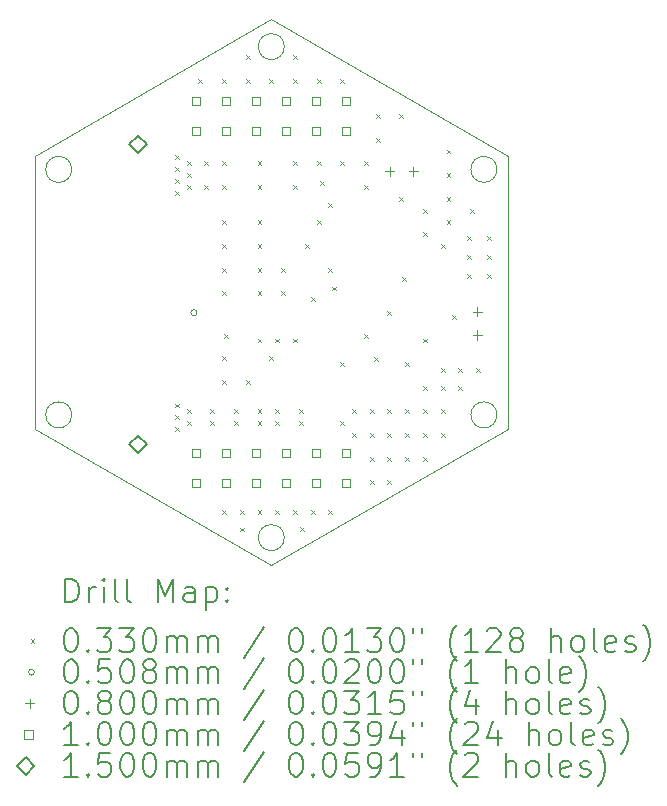
<source format=gbr>
%TF.GenerationSoftware,KiCad,Pcbnew,7.0.5*%
%TF.CreationDate,2024-01-26T22:20:08-05:00*%
%TF.ProjectId,LORA,4c4f5241-2e6b-4696-9361-645f70636258,rev?*%
%TF.SameCoordinates,Original*%
%TF.FileFunction,Drillmap*%
%TF.FilePolarity,Positive*%
%FSLAX45Y45*%
G04 Gerber Fmt 4.5, Leading zero omitted, Abs format (unit mm)*
G04 Created by KiCad (PCBNEW 7.0.5) date 2024-01-26 22:20:08*
%MOMM*%
%LPD*%
G01*
G04 APERTURE LIST*
%ADD10C,0.100000*%
%ADD11C,0.200000*%
%ADD12C,0.033020*%
%ADD13C,0.050800*%
%ADD14C,0.080000*%
%ADD15C,0.150000*%
G04 APERTURE END LIST*
D10*
X13016000Y-8855761D02*
X13016000Y-11165162D01*
X16926000Y-11049692D02*
G75*
G03*
X16926000Y-11049692I-110000J0D01*
G01*
X13016000Y-11165162D02*
X15016000Y-12319862D01*
X16926000Y-8971231D02*
G75*
G03*
X16926000Y-8971231I-110000J0D01*
G01*
X13326000Y-8971231D02*
G75*
G03*
X13326000Y-8971231I-110000J0D01*
G01*
X15016000Y-7701060D02*
X13016000Y-8855761D01*
X17016000Y-8855761D02*
X15016000Y-7701060D01*
X15126000Y-7932000D02*
G75*
G03*
X15126000Y-7932000I-110000J0D01*
G01*
X15126000Y-12088922D02*
G75*
G03*
X15126000Y-12088922I-110000J0D01*
G01*
X17016000Y-11165162D02*
X17016000Y-8855761D01*
X15016000Y-12319862D02*
X17016000Y-11165162D01*
X13326000Y-11049692D02*
G75*
G03*
X13326000Y-11049692I-110000J0D01*
G01*
D11*
D12*
X14199490Y-8853352D02*
X14232510Y-8886372D01*
X14232510Y-8853352D02*
X14199490Y-8886372D01*
X14199490Y-8953352D02*
X14232510Y-8986372D01*
X14232510Y-8953352D02*
X14199490Y-8986372D01*
X14199490Y-9053352D02*
X14232510Y-9086372D01*
X14232510Y-9053352D02*
X14199490Y-9086372D01*
X14199490Y-9153352D02*
X14232510Y-9186372D01*
X14232510Y-9153352D02*
X14199490Y-9186372D01*
X14199490Y-10953352D02*
X14232510Y-10986372D01*
X14232510Y-10953352D02*
X14199490Y-10986372D01*
X14199490Y-11053352D02*
X14232510Y-11086372D01*
X14232510Y-11053352D02*
X14199490Y-11086372D01*
X14199490Y-11153352D02*
X14232510Y-11186372D01*
X14232510Y-11153352D02*
X14199490Y-11186372D01*
X14299490Y-8903352D02*
X14332510Y-8936372D01*
X14332510Y-8903352D02*
X14299490Y-8936372D01*
X14299490Y-9003352D02*
X14332510Y-9036372D01*
X14332510Y-9003352D02*
X14299490Y-9036372D01*
X14299490Y-9103352D02*
X14332510Y-9136372D01*
X14332510Y-9103352D02*
X14299490Y-9136372D01*
X14299490Y-11003352D02*
X14332510Y-11036372D01*
X14332510Y-11003352D02*
X14299490Y-11036372D01*
X14299490Y-11103352D02*
X14332510Y-11136372D01*
X14332510Y-11103352D02*
X14299490Y-11136372D01*
X14399490Y-8203352D02*
X14432510Y-8236372D01*
X14432510Y-8203352D02*
X14399490Y-8236372D01*
X14449490Y-8903352D02*
X14482510Y-8936372D01*
X14482510Y-8903352D02*
X14449490Y-8936372D01*
X14449490Y-9103352D02*
X14482510Y-9136372D01*
X14482510Y-9103352D02*
X14449490Y-9136372D01*
X14499490Y-11003352D02*
X14532510Y-11036372D01*
X14532510Y-11003352D02*
X14499490Y-11036372D01*
X14499490Y-11103352D02*
X14532510Y-11136372D01*
X14532510Y-11103352D02*
X14499490Y-11136372D01*
X14599490Y-8203352D02*
X14632510Y-8236372D01*
X14632510Y-8203352D02*
X14599490Y-8236372D01*
X14599490Y-8903352D02*
X14632510Y-8936372D01*
X14632510Y-8903352D02*
X14599490Y-8936372D01*
X14599490Y-9103352D02*
X14632510Y-9136372D01*
X14632510Y-9103352D02*
X14599490Y-9136372D01*
X14599490Y-9403352D02*
X14632510Y-9436372D01*
X14632510Y-9403352D02*
X14599490Y-9436372D01*
X14599490Y-9603352D02*
X14632510Y-9636372D01*
X14632510Y-9603352D02*
X14599490Y-9636372D01*
X14599490Y-9803352D02*
X14632510Y-9836372D01*
X14632510Y-9803352D02*
X14599490Y-9836372D01*
X14599490Y-10003352D02*
X14632510Y-10036372D01*
X14632510Y-10003352D02*
X14599490Y-10036372D01*
X14599490Y-10553352D02*
X14632510Y-10586372D01*
X14632510Y-10553352D02*
X14599490Y-10586372D01*
X14599490Y-10753352D02*
X14632510Y-10786372D01*
X14632510Y-10753352D02*
X14599490Y-10786372D01*
X14599490Y-11853352D02*
X14632510Y-11886372D01*
X14632510Y-11853352D02*
X14599490Y-11886372D01*
X14614490Y-10363352D02*
X14647510Y-10396372D01*
X14647510Y-10363352D02*
X14614490Y-10396372D01*
X14699490Y-11003352D02*
X14732510Y-11036372D01*
X14732510Y-11003352D02*
X14699490Y-11036372D01*
X14699490Y-11103352D02*
X14732510Y-11136372D01*
X14732510Y-11103352D02*
X14699490Y-11136372D01*
X14749490Y-11853352D02*
X14782510Y-11886372D01*
X14782510Y-11853352D02*
X14749490Y-11886372D01*
X14749490Y-12003352D02*
X14782510Y-12036372D01*
X14782510Y-12003352D02*
X14749490Y-12036372D01*
X14799490Y-8003352D02*
X14832510Y-8036372D01*
X14832510Y-8003352D02*
X14799490Y-8036372D01*
X14799490Y-8203352D02*
X14832510Y-8236372D01*
X14832510Y-8203352D02*
X14799490Y-8236372D01*
X14799490Y-10753352D02*
X14832510Y-10786372D01*
X14832510Y-10753352D02*
X14799490Y-10786372D01*
X14899490Y-8903352D02*
X14932510Y-8936372D01*
X14932510Y-8903352D02*
X14899490Y-8936372D01*
X14899490Y-9103352D02*
X14932510Y-9136372D01*
X14932510Y-9103352D02*
X14899490Y-9136372D01*
X14899490Y-9403352D02*
X14932510Y-9436372D01*
X14932510Y-9403352D02*
X14899490Y-9436372D01*
X14899490Y-9603352D02*
X14932510Y-9636372D01*
X14932510Y-9603352D02*
X14899490Y-9636372D01*
X14899490Y-9803352D02*
X14932510Y-9836372D01*
X14932510Y-9803352D02*
X14899490Y-9836372D01*
X14899490Y-10003352D02*
X14932510Y-10036372D01*
X14932510Y-10003352D02*
X14899490Y-10036372D01*
X14899490Y-10403352D02*
X14932510Y-10436372D01*
X14932510Y-10403352D02*
X14899490Y-10436372D01*
X14899490Y-11003352D02*
X14932510Y-11036372D01*
X14932510Y-11003352D02*
X14899490Y-11036372D01*
X14899490Y-11103352D02*
X14932510Y-11136372D01*
X14932510Y-11103352D02*
X14899490Y-11136372D01*
X14899490Y-11853352D02*
X14932510Y-11886372D01*
X14932510Y-11853352D02*
X14899490Y-11886372D01*
X14999490Y-8203352D02*
X15032510Y-8236372D01*
X15032510Y-8203352D02*
X14999490Y-8236372D01*
X14999490Y-10553352D02*
X15032510Y-10586372D01*
X15032510Y-10553352D02*
X14999490Y-10586372D01*
X15049490Y-10403352D02*
X15082510Y-10436372D01*
X15082510Y-10403352D02*
X15049490Y-10436372D01*
X15049490Y-11003352D02*
X15082510Y-11036372D01*
X15082510Y-11003352D02*
X15049490Y-11036372D01*
X15049490Y-11103352D02*
X15082510Y-11136372D01*
X15082510Y-11103352D02*
X15049490Y-11136372D01*
X15049490Y-11853352D02*
X15082510Y-11886372D01*
X15082510Y-11853352D02*
X15049490Y-11886372D01*
X15099490Y-9803352D02*
X15132510Y-9836372D01*
X15132510Y-9803352D02*
X15099490Y-9836372D01*
X15099490Y-10003352D02*
X15132510Y-10036372D01*
X15132510Y-10003352D02*
X15099490Y-10036372D01*
X15199490Y-8003352D02*
X15232510Y-8036372D01*
X15232510Y-8003352D02*
X15199490Y-8036372D01*
X15199490Y-8203352D02*
X15232510Y-8236372D01*
X15232510Y-8203352D02*
X15199490Y-8236372D01*
X15199490Y-8903352D02*
X15232510Y-8936372D01*
X15232510Y-8903352D02*
X15199490Y-8936372D01*
X15199490Y-9103352D02*
X15232510Y-9136372D01*
X15232510Y-9103352D02*
X15199490Y-9136372D01*
X15199490Y-10403352D02*
X15232510Y-10436372D01*
X15232510Y-10403352D02*
X15199490Y-10436372D01*
X15199490Y-11853352D02*
X15232510Y-11886372D01*
X15232510Y-11853352D02*
X15199490Y-11886372D01*
X15249490Y-11003352D02*
X15282510Y-11036372D01*
X15282510Y-11003352D02*
X15249490Y-11036372D01*
X15249490Y-11103352D02*
X15282510Y-11136372D01*
X15282510Y-11103352D02*
X15249490Y-11136372D01*
X15259490Y-12000852D02*
X15292510Y-12033872D01*
X15292510Y-12000852D02*
X15259490Y-12033872D01*
X15299490Y-9603352D02*
X15332510Y-9636372D01*
X15332510Y-9603352D02*
X15299490Y-9636372D01*
X15349490Y-10053352D02*
X15382510Y-10086372D01*
X15382510Y-10053352D02*
X15349490Y-10086372D01*
X15349490Y-11853352D02*
X15382510Y-11886372D01*
X15382510Y-11853352D02*
X15349490Y-11886372D01*
X15399490Y-8203352D02*
X15432510Y-8236372D01*
X15432510Y-8203352D02*
X15399490Y-8236372D01*
X15399490Y-8903352D02*
X15432510Y-8936372D01*
X15432510Y-8903352D02*
X15399490Y-8936372D01*
X15399490Y-9403352D02*
X15432510Y-9436372D01*
X15432510Y-9403352D02*
X15399490Y-9436372D01*
X15430490Y-9071352D02*
X15463510Y-9104372D01*
X15463510Y-9071352D02*
X15430490Y-9104372D01*
X15499490Y-9253352D02*
X15532510Y-9286372D01*
X15532510Y-9253352D02*
X15499490Y-9286372D01*
X15499490Y-9803352D02*
X15532510Y-9836372D01*
X15532510Y-9803352D02*
X15499490Y-9836372D01*
X15499490Y-11853352D02*
X15532510Y-11886372D01*
X15532510Y-11853352D02*
X15499490Y-11886372D01*
X15533490Y-9963352D02*
X15566510Y-9996372D01*
X15566510Y-9963352D02*
X15533490Y-9996372D01*
X15599490Y-8203352D02*
X15632510Y-8236372D01*
X15632510Y-8203352D02*
X15599490Y-8236372D01*
X15599490Y-8903352D02*
X15632510Y-8936372D01*
X15632510Y-8903352D02*
X15599490Y-8936372D01*
X15599490Y-10603352D02*
X15632510Y-10636372D01*
X15632510Y-10603352D02*
X15599490Y-10636372D01*
X15599490Y-11103352D02*
X15632510Y-11136372D01*
X15632510Y-11103352D02*
X15599490Y-11136372D01*
X15699490Y-11003352D02*
X15732510Y-11036372D01*
X15732510Y-11003352D02*
X15699490Y-11036372D01*
X15699490Y-11203352D02*
X15732510Y-11236372D01*
X15732510Y-11203352D02*
X15699490Y-11236372D01*
X15799490Y-8903352D02*
X15832510Y-8936372D01*
X15832510Y-8903352D02*
X15799490Y-8936372D01*
X15799490Y-9103352D02*
X15832510Y-9136372D01*
X15832510Y-9103352D02*
X15799490Y-9136372D01*
X15800490Y-10365352D02*
X15833510Y-10398372D01*
X15833510Y-10365352D02*
X15800490Y-10398372D01*
X15849490Y-11003352D02*
X15882510Y-11036372D01*
X15882510Y-11003352D02*
X15849490Y-11036372D01*
X15849490Y-11203352D02*
X15882510Y-11236372D01*
X15882510Y-11203352D02*
X15849490Y-11236372D01*
X15849490Y-11403352D02*
X15882510Y-11436372D01*
X15882510Y-11403352D02*
X15849490Y-11436372D01*
X15849490Y-11603352D02*
X15882510Y-11636372D01*
X15882510Y-11603352D02*
X15849490Y-11636372D01*
X15888240Y-10563352D02*
X15921260Y-10596372D01*
X15921260Y-10563352D02*
X15888240Y-10596372D01*
X15899490Y-8503352D02*
X15932510Y-8536372D01*
X15932510Y-8503352D02*
X15899490Y-8536372D01*
X15899490Y-8703352D02*
X15932510Y-8736372D01*
X15932510Y-8703352D02*
X15899490Y-8736372D01*
X15995490Y-10167352D02*
X16028510Y-10200372D01*
X16028510Y-10167352D02*
X15995490Y-10200372D01*
X15999490Y-11003352D02*
X16032510Y-11036372D01*
X16032510Y-11003352D02*
X15999490Y-11036372D01*
X15999490Y-11203352D02*
X16032510Y-11236372D01*
X16032510Y-11203352D02*
X15999490Y-11236372D01*
X15999490Y-11403352D02*
X16032510Y-11436372D01*
X16032510Y-11403352D02*
X15999490Y-11436372D01*
X15999490Y-11603352D02*
X16032510Y-11636372D01*
X16032510Y-11603352D02*
X15999490Y-11636372D01*
X16099490Y-8503352D02*
X16132510Y-8536372D01*
X16132510Y-8503352D02*
X16099490Y-8536372D01*
X16099490Y-9203352D02*
X16132510Y-9236372D01*
X16132510Y-9203352D02*
X16099490Y-9236372D01*
X16119490Y-9883352D02*
X16152510Y-9916372D01*
X16152510Y-9883352D02*
X16119490Y-9916372D01*
X16149490Y-10603352D02*
X16182510Y-10636372D01*
X16182510Y-10603352D02*
X16149490Y-10636372D01*
X16149490Y-11003352D02*
X16182510Y-11036372D01*
X16182510Y-11003352D02*
X16149490Y-11036372D01*
X16149490Y-11203352D02*
X16182510Y-11236372D01*
X16182510Y-11203352D02*
X16149490Y-11236372D01*
X16149490Y-11403352D02*
X16182510Y-11436372D01*
X16182510Y-11403352D02*
X16149490Y-11436372D01*
X16299490Y-9303352D02*
X16332510Y-9336372D01*
X16332510Y-9303352D02*
X16299490Y-9336372D01*
X16299490Y-9503352D02*
X16332510Y-9536372D01*
X16332510Y-9503352D02*
X16299490Y-9536372D01*
X16299490Y-10403352D02*
X16332510Y-10436372D01*
X16332510Y-10403352D02*
X16299490Y-10436372D01*
X16299490Y-10803352D02*
X16332510Y-10836372D01*
X16332510Y-10803352D02*
X16299490Y-10836372D01*
X16299490Y-11003352D02*
X16332510Y-11036372D01*
X16332510Y-11003352D02*
X16299490Y-11036372D01*
X16299490Y-11203352D02*
X16332510Y-11236372D01*
X16332510Y-11203352D02*
X16299490Y-11236372D01*
X16299490Y-11403352D02*
X16332510Y-11436372D01*
X16332510Y-11403352D02*
X16299490Y-11436372D01*
X16449490Y-9603352D02*
X16482510Y-9636372D01*
X16482510Y-9603352D02*
X16449490Y-9636372D01*
X16449490Y-10653352D02*
X16482510Y-10686372D01*
X16482510Y-10653352D02*
X16449490Y-10686372D01*
X16449490Y-10803352D02*
X16482510Y-10836372D01*
X16482510Y-10803352D02*
X16449490Y-10836372D01*
X16449490Y-11003352D02*
X16482510Y-11036372D01*
X16482510Y-11003352D02*
X16449490Y-11036372D01*
X16449490Y-11203352D02*
X16482510Y-11236372D01*
X16482510Y-11203352D02*
X16449490Y-11236372D01*
X16499490Y-8803352D02*
X16532510Y-8836372D01*
X16532510Y-8803352D02*
X16499490Y-8836372D01*
X16499490Y-9003352D02*
X16532510Y-9036372D01*
X16532510Y-9003352D02*
X16499490Y-9036372D01*
X16499490Y-9203352D02*
X16532510Y-9236372D01*
X16532510Y-9203352D02*
X16499490Y-9236372D01*
X16499490Y-9403352D02*
X16532510Y-9436372D01*
X16532510Y-9403352D02*
X16499490Y-9436372D01*
X16549490Y-10203352D02*
X16582510Y-10236372D01*
X16582510Y-10203352D02*
X16549490Y-10236372D01*
X16599490Y-10653352D02*
X16632510Y-10686372D01*
X16632510Y-10653352D02*
X16599490Y-10686372D01*
X16599490Y-10803352D02*
X16632510Y-10836372D01*
X16632510Y-10803352D02*
X16599490Y-10836372D01*
X16669490Y-9537753D02*
X16702510Y-9570773D01*
X16702510Y-9537753D02*
X16669490Y-9570773D01*
X16669490Y-9698352D02*
X16702510Y-9731372D01*
X16702510Y-9698352D02*
X16669490Y-9731372D01*
X16669490Y-9858352D02*
X16702510Y-9891372D01*
X16702510Y-9858352D02*
X16669490Y-9891372D01*
X16699490Y-9303352D02*
X16732510Y-9336372D01*
X16732510Y-9303352D02*
X16699490Y-9336372D01*
X16749490Y-10653352D02*
X16782510Y-10686372D01*
X16782510Y-10653352D02*
X16749490Y-10686372D01*
X16844490Y-9537753D02*
X16877510Y-9570773D01*
X16877510Y-9537753D02*
X16844490Y-9570773D01*
X16844490Y-9698352D02*
X16877510Y-9731372D01*
X16877510Y-9698352D02*
X16844490Y-9731372D01*
X16844490Y-9858352D02*
X16877510Y-9891372D01*
X16877510Y-9858352D02*
X16844490Y-9891372D01*
D13*
X14386400Y-10183612D02*
G75*
G03*
X14386400Y-10183612I-25400J0D01*
G01*
D14*
X16019000Y-8946862D02*
X16019000Y-9026862D01*
X15979000Y-8986862D02*
X16059000Y-8986862D01*
X16219000Y-8946862D02*
X16219000Y-9026862D01*
X16179000Y-8986862D02*
X16259000Y-8986862D01*
X16761000Y-10134862D02*
X16761000Y-10214862D01*
X16721000Y-10174862D02*
X16801000Y-10174862D01*
X16761000Y-10334862D02*
X16761000Y-10414862D01*
X16721000Y-10374862D02*
X16801000Y-10374862D01*
D10*
X14416356Y-8427916D02*
X14416356Y-8357204D01*
X14345644Y-8357204D01*
X14345644Y-8427916D01*
X14416356Y-8427916D01*
X14416356Y-8681916D02*
X14416356Y-8611204D01*
X14345644Y-8611204D01*
X14345644Y-8681916D01*
X14416356Y-8681916D01*
X14416356Y-11409718D02*
X14416356Y-11339006D01*
X14345644Y-11339006D01*
X14345644Y-11409718D01*
X14416356Y-11409718D01*
X14416356Y-11663718D02*
X14416356Y-11593006D01*
X14345644Y-11593006D01*
X14345644Y-11663718D01*
X14416356Y-11663718D01*
X14670356Y-8427916D02*
X14670356Y-8357204D01*
X14599644Y-8357204D01*
X14599644Y-8427916D01*
X14670356Y-8427916D01*
X14670356Y-8681916D02*
X14670356Y-8611204D01*
X14599644Y-8611204D01*
X14599644Y-8681916D01*
X14670356Y-8681916D01*
X14670356Y-11409718D02*
X14670356Y-11339006D01*
X14599644Y-11339006D01*
X14599644Y-11409718D01*
X14670356Y-11409718D01*
X14670356Y-11663718D02*
X14670356Y-11593006D01*
X14599644Y-11593006D01*
X14599644Y-11663718D01*
X14670356Y-11663718D01*
X14924356Y-8427916D02*
X14924356Y-8357204D01*
X14853644Y-8357204D01*
X14853644Y-8427916D01*
X14924356Y-8427916D01*
X14924356Y-8681916D02*
X14924356Y-8611204D01*
X14853644Y-8611204D01*
X14853644Y-8681916D01*
X14924356Y-8681916D01*
X14924356Y-11409718D02*
X14924356Y-11339006D01*
X14853644Y-11339006D01*
X14853644Y-11409718D01*
X14924356Y-11409718D01*
X14924356Y-11663718D02*
X14924356Y-11593006D01*
X14853644Y-11593006D01*
X14853644Y-11663718D01*
X14924356Y-11663718D01*
X15178356Y-8427916D02*
X15178356Y-8357204D01*
X15107644Y-8357204D01*
X15107644Y-8427916D01*
X15178356Y-8427916D01*
X15178356Y-8681916D02*
X15178356Y-8611204D01*
X15107644Y-8611204D01*
X15107644Y-8681916D01*
X15178356Y-8681916D01*
X15178356Y-11409718D02*
X15178356Y-11339006D01*
X15107644Y-11339006D01*
X15107644Y-11409718D01*
X15178356Y-11409718D01*
X15178356Y-11663718D02*
X15178356Y-11593006D01*
X15107644Y-11593006D01*
X15107644Y-11663718D01*
X15178356Y-11663718D01*
X15432356Y-8427916D02*
X15432356Y-8357204D01*
X15361644Y-8357204D01*
X15361644Y-8427916D01*
X15432356Y-8427916D01*
X15432356Y-8681916D02*
X15432356Y-8611204D01*
X15361644Y-8611204D01*
X15361644Y-8681916D01*
X15432356Y-8681916D01*
X15432356Y-11409718D02*
X15432356Y-11339006D01*
X15361644Y-11339006D01*
X15361644Y-11409718D01*
X15432356Y-11409718D01*
X15432356Y-11663718D02*
X15432356Y-11593006D01*
X15361644Y-11593006D01*
X15361644Y-11663718D01*
X15432356Y-11663718D01*
X15686356Y-8427916D02*
X15686356Y-8357204D01*
X15615644Y-8357204D01*
X15615644Y-8427916D01*
X15686356Y-8427916D01*
X15686356Y-8681916D02*
X15686356Y-8611204D01*
X15615644Y-8611204D01*
X15615644Y-8681916D01*
X15686356Y-8681916D01*
X15686356Y-11409718D02*
X15686356Y-11339006D01*
X15615644Y-11339006D01*
X15615644Y-11409718D01*
X15686356Y-11409718D01*
X15686356Y-11663718D02*
X15686356Y-11593006D01*
X15615644Y-11593006D01*
X15615644Y-11663718D01*
X15686356Y-11663718D01*
D15*
X13886000Y-8834862D02*
X13961000Y-8759862D01*
X13886000Y-8684862D01*
X13811000Y-8759862D01*
X13886000Y-8834862D01*
X13886000Y-11374862D02*
X13961000Y-11299862D01*
X13886000Y-11224862D01*
X13811000Y-11299862D01*
X13886000Y-11374862D01*
D11*
X13271777Y-12636346D02*
X13271777Y-12436346D01*
X13271777Y-12436346D02*
X13319396Y-12436346D01*
X13319396Y-12436346D02*
X13347967Y-12445870D01*
X13347967Y-12445870D02*
X13367015Y-12464917D01*
X13367015Y-12464917D02*
X13376539Y-12483965D01*
X13376539Y-12483965D02*
X13386062Y-12522060D01*
X13386062Y-12522060D02*
X13386062Y-12550632D01*
X13386062Y-12550632D02*
X13376539Y-12588727D01*
X13376539Y-12588727D02*
X13367015Y-12607774D01*
X13367015Y-12607774D02*
X13347967Y-12626822D01*
X13347967Y-12626822D02*
X13319396Y-12636346D01*
X13319396Y-12636346D02*
X13271777Y-12636346D01*
X13471777Y-12636346D02*
X13471777Y-12503012D01*
X13471777Y-12541108D02*
X13481301Y-12522060D01*
X13481301Y-12522060D02*
X13490824Y-12512536D01*
X13490824Y-12512536D02*
X13509872Y-12503012D01*
X13509872Y-12503012D02*
X13528920Y-12503012D01*
X13595586Y-12636346D02*
X13595586Y-12503012D01*
X13595586Y-12436346D02*
X13586062Y-12445870D01*
X13586062Y-12445870D02*
X13595586Y-12455393D01*
X13595586Y-12455393D02*
X13605110Y-12445870D01*
X13605110Y-12445870D02*
X13595586Y-12436346D01*
X13595586Y-12436346D02*
X13595586Y-12455393D01*
X13719396Y-12636346D02*
X13700348Y-12626822D01*
X13700348Y-12626822D02*
X13690824Y-12607774D01*
X13690824Y-12607774D02*
X13690824Y-12436346D01*
X13824158Y-12636346D02*
X13805110Y-12626822D01*
X13805110Y-12626822D02*
X13795586Y-12607774D01*
X13795586Y-12607774D02*
X13795586Y-12436346D01*
X14052729Y-12636346D02*
X14052729Y-12436346D01*
X14052729Y-12436346D02*
X14119396Y-12579203D01*
X14119396Y-12579203D02*
X14186062Y-12436346D01*
X14186062Y-12436346D02*
X14186062Y-12636346D01*
X14367015Y-12636346D02*
X14367015Y-12531584D01*
X14367015Y-12531584D02*
X14357491Y-12512536D01*
X14357491Y-12512536D02*
X14338443Y-12503012D01*
X14338443Y-12503012D02*
X14300348Y-12503012D01*
X14300348Y-12503012D02*
X14281301Y-12512536D01*
X14367015Y-12626822D02*
X14347967Y-12636346D01*
X14347967Y-12636346D02*
X14300348Y-12636346D01*
X14300348Y-12636346D02*
X14281301Y-12626822D01*
X14281301Y-12626822D02*
X14271777Y-12607774D01*
X14271777Y-12607774D02*
X14271777Y-12588727D01*
X14271777Y-12588727D02*
X14281301Y-12569679D01*
X14281301Y-12569679D02*
X14300348Y-12560155D01*
X14300348Y-12560155D02*
X14347967Y-12560155D01*
X14347967Y-12560155D02*
X14367015Y-12550632D01*
X14462253Y-12503012D02*
X14462253Y-12703012D01*
X14462253Y-12512536D02*
X14481301Y-12503012D01*
X14481301Y-12503012D02*
X14519396Y-12503012D01*
X14519396Y-12503012D02*
X14538443Y-12512536D01*
X14538443Y-12512536D02*
X14547967Y-12522060D01*
X14547967Y-12522060D02*
X14557491Y-12541108D01*
X14557491Y-12541108D02*
X14557491Y-12598251D01*
X14557491Y-12598251D02*
X14547967Y-12617298D01*
X14547967Y-12617298D02*
X14538443Y-12626822D01*
X14538443Y-12626822D02*
X14519396Y-12636346D01*
X14519396Y-12636346D02*
X14481301Y-12636346D01*
X14481301Y-12636346D02*
X14462253Y-12626822D01*
X14643205Y-12617298D02*
X14652729Y-12626822D01*
X14652729Y-12626822D02*
X14643205Y-12636346D01*
X14643205Y-12636346D02*
X14633682Y-12626822D01*
X14633682Y-12626822D02*
X14643205Y-12617298D01*
X14643205Y-12617298D02*
X14643205Y-12636346D01*
X14643205Y-12512536D02*
X14652729Y-12522060D01*
X14652729Y-12522060D02*
X14643205Y-12531584D01*
X14643205Y-12531584D02*
X14633682Y-12522060D01*
X14633682Y-12522060D02*
X14643205Y-12512536D01*
X14643205Y-12512536D02*
X14643205Y-12531584D01*
D12*
X12977980Y-12948352D02*
X13011000Y-12981372D01*
X13011000Y-12948352D02*
X12977980Y-12981372D01*
D11*
X13309872Y-12856346D02*
X13328920Y-12856346D01*
X13328920Y-12856346D02*
X13347967Y-12865870D01*
X13347967Y-12865870D02*
X13357491Y-12875393D01*
X13357491Y-12875393D02*
X13367015Y-12894441D01*
X13367015Y-12894441D02*
X13376539Y-12932536D01*
X13376539Y-12932536D02*
X13376539Y-12980155D01*
X13376539Y-12980155D02*
X13367015Y-13018251D01*
X13367015Y-13018251D02*
X13357491Y-13037298D01*
X13357491Y-13037298D02*
X13347967Y-13046822D01*
X13347967Y-13046822D02*
X13328920Y-13056346D01*
X13328920Y-13056346D02*
X13309872Y-13056346D01*
X13309872Y-13056346D02*
X13290824Y-13046822D01*
X13290824Y-13046822D02*
X13281301Y-13037298D01*
X13281301Y-13037298D02*
X13271777Y-13018251D01*
X13271777Y-13018251D02*
X13262253Y-12980155D01*
X13262253Y-12980155D02*
X13262253Y-12932536D01*
X13262253Y-12932536D02*
X13271777Y-12894441D01*
X13271777Y-12894441D02*
X13281301Y-12875393D01*
X13281301Y-12875393D02*
X13290824Y-12865870D01*
X13290824Y-12865870D02*
X13309872Y-12856346D01*
X13462253Y-13037298D02*
X13471777Y-13046822D01*
X13471777Y-13046822D02*
X13462253Y-13056346D01*
X13462253Y-13056346D02*
X13452729Y-13046822D01*
X13452729Y-13046822D02*
X13462253Y-13037298D01*
X13462253Y-13037298D02*
X13462253Y-13056346D01*
X13538443Y-12856346D02*
X13662253Y-12856346D01*
X13662253Y-12856346D02*
X13595586Y-12932536D01*
X13595586Y-12932536D02*
X13624158Y-12932536D01*
X13624158Y-12932536D02*
X13643205Y-12942060D01*
X13643205Y-12942060D02*
X13652729Y-12951584D01*
X13652729Y-12951584D02*
X13662253Y-12970632D01*
X13662253Y-12970632D02*
X13662253Y-13018251D01*
X13662253Y-13018251D02*
X13652729Y-13037298D01*
X13652729Y-13037298D02*
X13643205Y-13046822D01*
X13643205Y-13046822D02*
X13624158Y-13056346D01*
X13624158Y-13056346D02*
X13567015Y-13056346D01*
X13567015Y-13056346D02*
X13547967Y-13046822D01*
X13547967Y-13046822D02*
X13538443Y-13037298D01*
X13728920Y-12856346D02*
X13852729Y-12856346D01*
X13852729Y-12856346D02*
X13786062Y-12932536D01*
X13786062Y-12932536D02*
X13814634Y-12932536D01*
X13814634Y-12932536D02*
X13833682Y-12942060D01*
X13833682Y-12942060D02*
X13843205Y-12951584D01*
X13843205Y-12951584D02*
X13852729Y-12970632D01*
X13852729Y-12970632D02*
X13852729Y-13018251D01*
X13852729Y-13018251D02*
X13843205Y-13037298D01*
X13843205Y-13037298D02*
X13833682Y-13046822D01*
X13833682Y-13046822D02*
X13814634Y-13056346D01*
X13814634Y-13056346D02*
X13757491Y-13056346D01*
X13757491Y-13056346D02*
X13738443Y-13046822D01*
X13738443Y-13046822D02*
X13728920Y-13037298D01*
X13976539Y-12856346D02*
X13995586Y-12856346D01*
X13995586Y-12856346D02*
X14014634Y-12865870D01*
X14014634Y-12865870D02*
X14024158Y-12875393D01*
X14024158Y-12875393D02*
X14033682Y-12894441D01*
X14033682Y-12894441D02*
X14043205Y-12932536D01*
X14043205Y-12932536D02*
X14043205Y-12980155D01*
X14043205Y-12980155D02*
X14033682Y-13018251D01*
X14033682Y-13018251D02*
X14024158Y-13037298D01*
X14024158Y-13037298D02*
X14014634Y-13046822D01*
X14014634Y-13046822D02*
X13995586Y-13056346D01*
X13995586Y-13056346D02*
X13976539Y-13056346D01*
X13976539Y-13056346D02*
X13957491Y-13046822D01*
X13957491Y-13046822D02*
X13947967Y-13037298D01*
X13947967Y-13037298D02*
X13938443Y-13018251D01*
X13938443Y-13018251D02*
X13928920Y-12980155D01*
X13928920Y-12980155D02*
X13928920Y-12932536D01*
X13928920Y-12932536D02*
X13938443Y-12894441D01*
X13938443Y-12894441D02*
X13947967Y-12875393D01*
X13947967Y-12875393D02*
X13957491Y-12865870D01*
X13957491Y-12865870D02*
X13976539Y-12856346D01*
X14128920Y-13056346D02*
X14128920Y-12923012D01*
X14128920Y-12942060D02*
X14138443Y-12932536D01*
X14138443Y-12932536D02*
X14157491Y-12923012D01*
X14157491Y-12923012D02*
X14186063Y-12923012D01*
X14186063Y-12923012D02*
X14205110Y-12932536D01*
X14205110Y-12932536D02*
X14214634Y-12951584D01*
X14214634Y-12951584D02*
X14214634Y-13056346D01*
X14214634Y-12951584D02*
X14224158Y-12932536D01*
X14224158Y-12932536D02*
X14243205Y-12923012D01*
X14243205Y-12923012D02*
X14271777Y-12923012D01*
X14271777Y-12923012D02*
X14290824Y-12932536D01*
X14290824Y-12932536D02*
X14300348Y-12951584D01*
X14300348Y-12951584D02*
X14300348Y-13056346D01*
X14395586Y-13056346D02*
X14395586Y-12923012D01*
X14395586Y-12942060D02*
X14405110Y-12932536D01*
X14405110Y-12932536D02*
X14424158Y-12923012D01*
X14424158Y-12923012D02*
X14452729Y-12923012D01*
X14452729Y-12923012D02*
X14471777Y-12932536D01*
X14471777Y-12932536D02*
X14481301Y-12951584D01*
X14481301Y-12951584D02*
X14481301Y-13056346D01*
X14481301Y-12951584D02*
X14490824Y-12932536D01*
X14490824Y-12932536D02*
X14509872Y-12923012D01*
X14509872Y-12923012D02*
X14538443Y-12923012D01*
X14538443Y-12923012D02*
X14557491Y-12932536D01*
X14557491Y-12932536D02*
X14567015Y-12951584D01*
X14567015Y-12951584D02*
X14567015Y-13056346D01*
X14957491Y-12846822D02*
X14786063Y-13103965D01*
X15214634Y-12856346D02*
X15233682Y-12856346D01*
X15233682Y-12856346D02*
X15252729Y-12865870D01*
X15252729Y-12865870D02*
X15262253Y-12875393D01*
X15262253Y-12875393D02*
X15271777Y-12894441D01*
X15271777Y-12894441D02*
X15281301Y-12932536D01*
X15281301Y-12932536D02*
X15281301Y-12980155D01*
X15281301Y-12980155D02*
X15271777Y-13018251D01*
X15271777Y-13018251D02*
X15262253Y-13037298D01*
X15262253Y-13037298D02*
X15252729Y-13046822D01*
X15252729Y-13046822D02*
X15233682Y-13056346D01*
X15233682Y-13056346D02*
X15214634Y-13056346D01*
X15214634Y-13056346D02*
X15195586Y-13046822D01*
X15195586Y-13046822D02*
X15186063Y-13037298D01*
X15186063Y-13037298D02*
X15176539Y-13018251D01*
X15176539Y-13018251D02*
X15167015Y-12980155D01*
X15167015Y-12980155D02*
X15167015Y-12932536D01*
X15167015Y-12932536D02*
X15176539Y-12894441D01*
X15176539Y-12894441D02*
X15186063Y-12875393D01*
X15186063Y-12875393D02*
X15195586Y-12865870D01*
X15195586Y-12865870D02*
X15214634Y-12856346D01*
X15367015Y-13037298D02*
X15376539Y-13046822D01*
X15376539Y-13046822D02*
X15367015Y-13056346D01*
X15367015Y-13056346D02*
X15357491Y-13046822D01*
X15357491Y-13046822D02*
X15367015Y-13037298D01*
X15367015Y-13037298D02*
X15367015Y-13056346D01*
X15500348Y-12856346D02*
X15519396Y-12856346D01*
X15519396Y-12856346D02*
X15538444Y-12865870D01*
X15538444Y-12865870D02*
X15547967Y-12875393D01*
X15547967Y-12875393D02*
X15557491Y-12894441D01*
X15557491Y-12894441D02*
X15567015Y-12932536D01*
X15567015Y-12932536D02*
X15567015Y-12980155D01*
X15567015Y-12980155D02*
X15557491Y-13018251D01*
X15557491Y-13018251D02*
X15547967Y-13037298D01*
X15547967Y-13037298D02*
X15538444Y-13046822D01*
X15538444Y-13046822D02*
X15519396Y-13056346D01*
X15519396Y-13056346D02*
X15500348Y-13056346D01*
X15500348Y-13056346D02*
X15481301Y-13046822D01*
X15481301Y-13046822D02*
X15471777Y-13037298D01*
X15471777Y-13037298D02*
X15462253Y-13018251D01*
X15462253Y-13018251D02*
X15452729Y-12980155D01*
X15452729Y-12980155D02*
X15452729Y-12932536D01*
X15452729Y-12932536D02*
X15462253Y-12894441D01*
X15462253Y-12894441D02*
X15471777Y-12875393D01*
X15471777Y-12875393D02*
X15481301Y-12865870D01*
X15481301Y-12865870D02*
X15500348Y-12856346D01*
X15757491Y-13056346D02*
X15643206Y-13056346D01*
X15700348Y-13056346D02*
X15700348Y-12856346D01*
X15700348Y-12856346D02*
X15681301Y-12884917D01*
X15681301Y-12884917D02*
X15662253Y-12903965D01*
X15662253Y-12903965D02*
X15643206Y-12913489D01*
X15824158Y-12856346D02*
X15947967Y-12856346D01*
X15947967Y-12856346D02*
X15881301Y-12932536D01*
X15881301Y-12932536D02*
X15909872Y-12932536D01*
X15909872Y-12932536D02*
X15928920Y-12942060D01*
X15928920Y-12942060D02*
X15938444Y-12951584D01*
X15938444Y-12951584D02*
X15947967Y-12970632D01*
X15947967Y-12970632D02*
X15947967Y-13018251D01*
X15947967Y-13018251D02*
X15938444Y-13037298D01*
X15938444Y-13037298D02*
X15928920Y-13046822D01*
X15928920Y-13046822D02*
X15909872Y-13056346D01*
X15909872Y-13056346D02*
X15852729Y-13056346D01*
X15852729Y-13056346D02*
X15833682Y-13046822D01*
X15833682Y-13046822D02*
X15824158Y-13037298D01*
X16071777Y-12856346D02*
X16090825Y-12856346D01*
X16090825Y-12856346D02*
X16109872Y-12865870D01*
X16109872Y-12865870D02*
X16119396Y-12875393D01*
X16119396Y-12875393D02*
X16128920Y-12894441D01*
X16128920Y-12894441D02*
X16138444Y-12932536D01*
X16138444Y-12932536D02*
X16138444Y-12980155D01*
X16138444Y-12980155D02*
X16128920Y-13018251D01*
X16128920Y-13018251D02*
X16119396Y-13037298D01*
X16119396Y-13037298D02*
X16109872Y-13046822D01*
X16109872Y-13046822D02*
X16090825Y-13056346D01*
X16090825Y-13056346D02*
X16071777Y-13056346D01*
X16071777Y-13056346D02*
X16052729Y-13046822D01*
X16052729Y-13046822D02*
X16043206Y-13037298D01*
X16043206Y-13037298D02*
X16033682Y-13018251D01*
X16033682Y-13018251D02*
X16024158Y-12980155D01*
X16024158Y-12980155D02*
X16024158Y-12932536D01*
X16024158Y-12932536D02*
X16033682Y-12894441D01*
X16033682Y-12894441D02*
X16043206Y-12875393D01*
X16043206Y-12875393D02*
X16052729Y-12865870D01*
X16052729Y-12865870D02*
X16071777Y-12856346D01*
X16214634Y-12856346D02*
X16214634Y-12894441D01*
X16290825Y-12856346D02*
X16290825Y-12894441D01*
X16586063Y-13132536D02*
X16576539Y-13123012D01*
X16576539Y-13123012D02*
X16557491Y-13094441D01*
X16557491Y-13094441D02*
X16547968Y-13075393D01*
X16547968Y-13075393D02*
X16538444Y-13046822D01*
X16538444Y-13046822D02*
X16528920Y-12999203D01*
X16528920Y-12999203D02*
X16528920Y-12961108D01*
X16528920Y-12961108D02*
X16538444Y-12913489D01*
X16538444Y-12913489D02*
X16547968Y-12884917D01*
X16547968Y-12884917D02*
X16557491Y-12865870D01*
X16557491Y-12865870D02*
X16576539Y-12837298D01*
X16576539Y-12837298D02*
X16586063Y-12827774D01*
X16767015Y-13056346D02*
X16652729Y-13056346D01*
X16709872Y-13056346D02*
X16709872Y-12856346D01*
X16709872Y-12856346D02*
X16690825Y-12884917D01*
X16690825Y-12884917D02*
X16671777Y-12903965D01*
X16671777Y-12903965D02*
X16652729Y-12913489D01*
X16843206Y-12875393D02*
X16852730Y-12865870D01*
X16852730Y-12865870D02*
X16871777Y-12856346D01*
X16871777Y-12856346D02*
X16919396Y-12856346D01*
X16919396Y-12856346D02*
X16938444Y-12865870D01*
X16938444Y-12865870D02*
X16947968Y-12875393D01*
X16947968Y-12875393D02*
X16957491Y-12894441D01*
X16957491Y-12894441D02*
X16957491Y-12913489D01*
X16957491Y-12913489D02*
X16947968Y-12942060D01*
X16947968Y-12942060D02*
X16833682Y-13056346D01*
X16833682Y-13056346D02*
X16957491Y-13056346D01*
X17071777Y-12942060D02*
X17052730Y-12932536D01*
X17052730Y-12932536D02*
X17043206Y-12923012D01*
X17043206Y-12923012D02*
X17033682Y-12903965D01*
X17033682Y-12903965D02*
X17033682Y-12894441D01*
X17033682Y-12894441D02*
X17043206Y-12875393D01*
X17043206Y-12875393D02*
X17052730Y-12865870D01*
X17052730Y-12865870D02*
X17071777Y-12856346D01*
X17071777Y-12856346D02*
X17109872Y-12856346D01*
X17109872Y-12856346D02*
X17128920Y-12865870D01*
X17128920Y-12865870D02*
X17138444Y-12875393D01*
X17138444Y-12875393D02*
X17147968Y-12894441D01*
X17147968Y-12894441D02*
X17147968Y-12903965D01*
X17147968Y-12903965D02*
X17138444Y-12923012D01*
X17138444Y-12923012D02*
X17128920Y-12932536D01*
X17128920Y-12932536D02*
X17109872Y-12942060D01*
X17109872Y-12942060D02*
X17071777Y-12942060D01*
X17071777Y-12942060D02*
X17052730Y-12951584D01*
X17052730Y-12951584D02*
X17043206Y-12961108D01*
X17043206Y-12961108D02*
X17033682Y-12980155D01*
X17033682Y-12980155D02*
X17033682Y-13018251D01*
X17033682Y-13018251D02*
X17043206Y-13037298D01*
X17043206Y-13037298D02*
X17052730Y-13046822D01*
X17052730Y-13046822D02*
X17071777Y-13056346D01*
X17071777Y-13056346D02*
X17109872Y-13056346D01*
X17109872Y-13056346D02*
X17128920Y-13046822D01*
X17128920Y-13046822D02*
X17138444Y-13037298D01*
X17138444Y-13037298D02*
X17147968Y-13018251D01*
X17147968Y-13018251D02*
X17147968Y-12980155D01*
X17147968Y-12980155D02*
X17138444Y-12961108D01*
X17138444Y-12961108D02*
X17128920Y-12951584D01*
X17128920Y-12951584D02*
X17109872Y-12942060D01*
X17386063Y-13056346D02*
X17386063Y-12856346D01*
X17471777Y-13056346D02*
X17471777Y-12951584D01*
X17471777Y-12951584D02*
X17462253Y-12932536D01*
X17462253Y-12932536D02*
X17443206Y-12923012D01*
X17443206Y-12923012D02*
X17414634Y-12923012D01*
X17414634Y-12923012D02*
X17395587Y-12932536D01*
X17395587Y-12932536D02*
X17386063Y-12942060D01*
X17595587Y-13056346D02*
X17576539Y-13046822D01*
X17576539Y-13046822D02*
X17567015Y-13037298D01*
X17567015Y-13037298D02*
X17557492Y-13018251D01*
X17557492Y-13018251D02*
X17557492Y-12961108D01*
X17557492Y-12961108D02*
X17567015Y-12942060D01*
X17567015Y-12942060D02*
X17576539Y-12932536D01*
X17576539Y-12932536D02*
X17595587Y-12923012D01*
X17595587Y-12923012D02*
X17624158Y-12923012D01*
X17624158Y-12923012D02*
X17643206Y-12932536D01*
X17643206Y-12932536D02*
X17652730Y-12942060D01*
X17652730Y-12942060D02*
X17662253Y-12961108D01*
X17662253Y-12961108D02*
X17662253Y-13018251D01*
X17662253Y-13018251D02*
X17652730Y-13037298D01*
X17652730Y-13037298D02*
X17643206Y-13046822D01*
X17643206Y-13046822D02*
X17624158Y-13056346D01*
X17624158Y-13056346D02*
X17595587Y-13056346D01*
X17776539Y-13056346D02*
X17757492Y-13046822D01*
X17757492Y-13046822D02*
X17747968Y-13027774D01*
X17747968Y-13027774D02*
X17747968Y-12856346D01*
X17928920Y-13046822D02*
X17909873Y-13056346D01*
X17909873Y-13056346D02*
X17871777Y-13056346D01*
X17871777Y-13056346D02*
X17852730Y-13046822D01*
X17852730Y-13046822D02*
X17843206Y-13027774D01*
X17843206Y-13027774D02*
X17843206Y-12951584D01*
X17843206Y-12951584D02*
X17852730Y-12932536D01*
X17852730Y-12932536D02*
X17871777Y-12923012D01*
X17871777Y-12923012D02*
X17909873Y-12923012D01*
X17909873Y-12923012D02*
X17928920Y-12932536D01*
X17928920Y-12932536D02*
X17938444Y-12951584D01*
X17938444Y-12951584D02*
X17938444Y-12970632D01*
X17938444Y-12970632D02*
X17843206Y-12989679D01*
X18014634Y-13046822D02*
X18033682Y-13056346D01*
X18033682Y-13056346D02*
X18071777Y-13056346D01*
X18071777Y-13056346D02*
X18090825Y-13046822D01*
X18090825Y-13046822D02*
X18100349Y-13027774D01*
X18100349Y-13027774D02*
X18100349Y-13018251D01*
X18100349Y-13018251D02*
X18090825Y-12999203D01*
X18090825Y-12999203D02*
X18071777Y-12989679D01*
X18071777Y-12989679D02*
X18043206Y-12989679D01*
X18043206Y-12989679D02*
X18024158Y-12980155D01*
X18024158Y-12980155D02*
X18014634Y-12961108D01*
X18014634Y-12961108D02*
X18014634Y-12951584D01*
X18014634Y-12951584D02*
X18024158Y-12932536D01*
X18024158Y-12932536D02*
X18043206Y-12923012D01*
X18043206Y-12923012D02*
X18071777Y-12923012D01*
X18071777Y-12923012D02*
X18090825Y-12932536D01*
X18167015Y-13132536D02*
X18176539Y-13123012D01*
X18176539Y-13123012D02*
X18195587Y-13094441D01*
X18195587Y-13094441D02*
X18205111Y-13075393D01*
X18205111Y-13075393D02*
X18214634Y-13046822D01*
X18214634Y-13046822D02*
X18224158Y-12999203D01*
X18224158Y-12999203D02*
X18224158Y-12961108D01*
X18224158Y-12961108D02*
X18214634Y-12913489D01*
X18214634Y-12913489D02*
X18205111Y-12884917D01*
X18205111Y-12884917D02*
X18195587Y-12865870D01*
X18195587Y-12865870D02*
X18176539Y-12837298D01*
X18176539Y-12837298D02*
X18167015Y-12827774D01*
D13*
X13011000Y-13228862D02*
G75*
G03*
X13011000Y-13228862I-25400J0D01*
G01*
D11*
X13309872Y-13120346D02*
X13328920Y-13120346D01*
X13328920Y-13120346D02*
X13347967Y-13129870D01*
X13347967Y-13129870D02*
X13357491Y-13139393D01*
X13357491Y-13139393D02*
X13367015Y-13158441D01*
X13367015Y-13158441D02*
X13376539Y-13196536D01*
X13376539Y-13196536D02*
X13376539Y-13244155D01*
X13376539Y-13244155D02*
X13367015Y-13282251D01*
X13367015Y-13282251D02*
X13357491Y-13301298D01*
X13357491Y-13301298D02*
X13347967Y-13310822D01*
X13347967Y-13310822D02*
X13328920Y-13320346D01*
X13328920Y-13320346D02*
X13309872Y-13320346D01*
X13309872Y-13320346D02*
X13290824Y-13310822D01*
X13290824Y-13310822D02*
X13281301Y-13301298D01*
X13281301Y-13301298D02*
X13271777Y-13282251D01*
X13271777Y-13282251D02*
X13262253Y-13244155D01*
X13262253Y-13244155D02*
X13262253Y-13196536D01*
X13262253Y-13196536D02*
X13271777Y-13158441D01*
X13271777Y-13158441D02*
X13281301Y-13139393D01*
X13281301Y-13139393D02*
X13290824Y-13129870D01*
X13290824Y-13129870D02*
X13309872Y-13120346D01*
X13462253Y-13301298D02*
X13471777Y-13310822D01*
X13471777Y-13310822D02*
X13462253Y-13320346D01*
X13462253Y-13320346D02*
X13452729Y-13310822D01*
X13452729Y-13310822D02*
X13462253Y-13301298D01*
X13462253Y-13301298D02*
X13462253Y-13320346D01*
X13652729Y-13120346D02*
X13557491Y-13120346D01*
X13557491Y-13120346D02*
X13547967Y-13215584D01*
X13547967Y-13215584D02*
X13557491Y-13206060D01*
X13557491Y-13206060D02*
X13576539Y-13196536D01*
X13576539Y-13196536D02*
X13624158Y-13196536D01*
X13624158Y-13196536D02*
X13643205Y-13206060D01*
X13643205Y-13206060D02*
X13652729Y-13215584D01*
X13652729Y-13215584D02*
X13662253Y-13234632D01*
X13662253Y-13234632D02*
X13662253Y-13282251D01*
X13662253Y-13282251D02*
X13652729Y-13301298D01*
X13652729Y-13301298D02*
X13643205Y-13310822D01*
X13643205Y-13310822D02*
X13624158Y-13320346D01*
X13624158Y-13320346D02*
X13576539Y-13320346D01*
X13576539Y-13320346D02*
X13557491Y-13310822D01*
X13557491Y-13310822D02*
X13547967Y-13301298D01*
X13786062Y-13120346D02*
X13805110Y-13120346D01*
X13805110Y-13120346D02*
X13824158Y-13129870D01*
X13824158Y-13129870D02*
X13833682Y-13139393D01*
X13833682Y-13139393D02*
X13843205Y-13158441D01*
X13843205Y-13158441D02*
X13852729Y-13196536D01*
X13852729Y-13196536D02*
X13852729Y-13244155D01*
X13852729Y-13244155D02*
X13843205Y-13282251D01*
X13843205Y-13282251D02*
X13833682Y-13301298D01*
X13833682Y-13301298D02*
X13824158Y-13310822D01*
X13824158Y-13310822D02*
X13805110Y-13320346D01*
X13805110Y-13320346D02*
X13786062Y-13320346D01*
X13786062Y-13320346D02*
X13767015Y-13310822D01*
X13767015Y-13310822D02*
X13757491Y-13301298D01*
X13757491Y-13301298D02*
X13747967Y-13282251D01*
X13747967Y-13282251D02*
X13738443Y-13244155D01*
X13738443Y-13244155D02*
X13738443Y-13196536D01*
X13738443Y-13196536D02*
X13747967Y-13158441D01*
X13747967Y-13158441D02*
X13757491Y-13139393D01*
X13757491Y-13139393D02*
X13767015Y-13129870D01*
X13767015Y-13129870D02*
X13786062Y-13120346D01*
X13967015Y-13206060D02*
X13947967Y-13196536D01*
X13947967Y-13196536D02*
X13938443Y-13187012D01*
X13938443Y-13187012D02*
X13928920Y-13167965D01*
X13928920Y-13167965D02*
X13928920Y-13158441D01*
X13928920Y-13158441D02*
X13938443Y-13139393D01*
X13938443Y-13139393D02*
X13947967Y-13129870D01*
X13947967Y-13129870D02*
X13967015Y-13120346D01*
X13967015Y-13120346D02*
X14005110Y-13120346D01*
X14005110Y-13120346D02*
X14024158Y-13129870D01*
X14024158Y-13129870D02*
X14033682Y-13139393D01*
X14033682Y-13139393D02*
X14043205Y-13158441D01*
X14043205Y-13158441D02*
X14043205Y-13167965D01*
X14043205Y-13167965D02*
X14033682Y-13187012D01*
X14033682Y-13187012D02*
X14024158Y-13196536D01*
X14024158Y-13196536D02*
X14005110Y-13206060D01*
X14005110Y-13206060D02*
X13967015Y-13206060D01*
X13967015Y-13206060D02*
X13947967Y-13215584D01*
X13947967Y-13215584D02*
X13938443Y-13225108D01*
X13938443Y-13225108D02*
X13928920Y-13244155D01*
X13928920Y-13244155D02*
X13928920Y-13282251D01*
X13928920Y-13282251D02*
X13938443Y-13301298D01*
X13938443Y-13301298D02*
X13947967Y-13310822D01*
X13947967Y-13310822D02*
X13967015Y-13320346D01*
X13967015Y-13320346D02*
X14005110Y-13320346D01*
X14005110Y-13320346D02*
X14024158Y-13310822D01*
X14024158Y-13310822D02*
X14033682Y-13301298D01*
X14033682Y-13301298D02*
X14043205Y-13282251D01*
X14043205Y-13282251D02*
X14043205Y-13244155D01*
X14043205Y-13244155D02*
X14033682Y-13225108D01*
X14033682Y-13225108D02*
X14024158Y-13215584D01*
X14024158Y-13215584D02*
X14005110Y-13206060D01*
X14128920Y-13320346D02*
X14128920Y-13187012D01*
X14128920Y-13206060D02*
X14138443Y-13196536D01*
X14138443Y-13196536D02*
X14157491Y-13187012D01*
X14157491Y-13187012D02*
X14186063Y-13187012D01*
X14186063Y-13187012D02*
X14205110Y-13196536D01*
X14205110Y-13196536D02*
X14214634Y-13215584D01*
X14214634Y-13215584D02*
X14214634Y-13320346D01*
X14214634Y-13215584D02*
X14224158Y-13196536D01*
X14224158Y-13196536D02*
X14243205Y-13187012D01*
X14243205Y-13187012D02*
X14271777Y-13187012D01*
X14271777Y-13187012D02*
X14290824Y-13196536D01*
X14290824Y-13196536D02*
X14300348Y-13215584D01*
X14300348Y-13215584D02*
X14300348Y-13320346D01*
X14395586Y-13320346D02*
X14395586Y-13187012D01*
X14395586Y-13206060D02*
X14405110Y-13196536D01*
X14405110Y-13196536D02*
X14424158Y-13187012D01*
X14424158Y-13187012D02*
X14452729Y-13187012D01*
X14452729Y-13187012D02*
X14471777Y-13196536D01*
X14471777Y-13196536D02*
X14481301Y-13215584D01*
X14481301Y-13215584D02*
X14481301Y-13320346D01*
X14481301Y-13215584D02*
X14490824Y-13196536D01*
X14490824Y-13196536D02*
X14509872Y-13187012D01*
X14509872Y-13187012D02*
X14538443Y-13187012D01*
X14538443Y-13187012D02*
X14557491Y-13196536D01*
X14557491Y-13196536D02*
X14567015Y-13215584D01*
X14567015Y-13215584D02*
X14567015Y-13320346D01*
X14957491Y-13110822D02*
X14786063Y-13367965D01*
X15214634Y-13120346D02*
X15233682Y-13120346D01*
X15233682Y-13120346D02*
X15252729Y-13129870D01*
X15252729Y-13129870D02*
X15262253Y-13139393D01*
X15262253Y-13139393D02*
X15271777Y-13158441D01*
X15271777Y-13158441D02*
X15281301Y-13196536D01*
X15281301Y-13196536D02*
X15281301Y-13244155D01*
X15281301Y-13244155D02*
X15271777Y-13282251D01*
X15271777Y-13282251D02*
X15262253Y-13301298D01*
X15262253Y-13301298D02*
X15252729Y-13310822D01*
X15252729Y-13310822D02*
X15233682Y-13320346D01*
X15233682Y-13320346D02*
X15214634Y-13320346D01*
X15214634Y-13320346D02*
X15195586Y-13310822D01*
X15195586Y-13310822D02*
X15186063Y-13301298D01*
X15186063Y-13301298D02*
X15176539Y-13282251D01*
X15176539Y-13282251D02*
X15167015Y-13244155D01*
X15167015Y-13244155D02*
X15167015Y-13196536D01*
X15167015Y-13196536D02*
X15176539Y-13158441D01*
X15176539Y-13158441D02*
X15186063Y-13139393D01*
X15186063Y-13139393D02*
X15195586Y-13129870D01*
X15195586Y-13129870D02*
X15214634Y-13120346D01*
X15367015Y-13301298D02*
X15376539Y-13310822D01*
X15376539Y-13310822D02*
X15367015Y-13320346D01*
X15367015Y-13320346D02*
X15357491Y-13310822D01*
X15357491Y-13310822D02*
X15367015Y-13301298D01*
X15367015Y-13301298D02*
X15367015Y-13320346D01*
X15500348Y-13120346D02*
X15519396Y-13120346D01*
X15519396Y-13120346D02*
X15538444Y-13129870D01*
X15538444Y-13129870D02*
X15547967Y-13139393D01*
X15547967Y-13139393D02*
X15557491Y-13158441D01*
X15557491Y-13158441D02*
X15567015Y-13196536D01*
X15567015Y-13196536D02*
X15567015Y-13244155D01*
X15567015Y-13244155D02*
X15557491Y-13282251D01*
X15557491Y-13282251D02*
X15547967Y-13301298D01*
X15547967Y-13301298D02*
X15538444Y-13310822D01*
X15538444Y-13310822D02*
X15519396Y-13320346D01*
X15519396Y-13320346D02*
X15500348Y-13320346D01*
X15500348Y-13320346D02*
X15481301Y-13310822D01*
X15481301Y-13310822D02*
X15471777Y-13301298D01*
X15471777Y-13301298D02*
X15462253Y-13282251D01*
X15462253Y-13282251D02*
X15452729Y-13244155D01*
X15452729Y-13244155D02*
X15452729Y-13196536D01*
X15452729Y-13196536D02*
X15462253Y-13158441D01*
X15462253Y-13158441D02*
X15471777Y-13139393D01*
X15471777Y-13139393D02*
X15481301Y-13129870D01*
X15481301Y-13129870D02*
X15500348Y-13120346D01*
X15643206Y-13139393D02*
X15652729Y-13129870D01*
X15652729Y-13129870D02*
X15671777Y-13120346D01*
X15671777Y-13120346D02*
X15719396Y-13120346D01*
X15719396Y-13120346D02*
X15738444Y-13129870D01*
X15738444Y-13129870D02*
X15747967Y-13139393D01*
X15747967Y-13139393D02*
X15757491Y-13158441D01*
X15757491Y-13158441D02*
X15757491Y-13177489D01*
X15757491Y-13177489D02*
X15747967Y-13206060D01*
X15747967Y-13206060D02*
X15633682Y-13320346D01*
X15633682Y-13320346D02*
X15757491Y-13320346D01*
X15881301Y-13120346D02*
X15900348Y-13120346D01*
X15900348Y-13120346D02*
X15919396Y-13129870D01*
X15919396Y-13129870D02*
X15928920Y-13139393D01*
X15928920Y-13139393D02*
X15938444Y-13158441D01*
X15938444Y-13158441D02*
X15947967Y-13196536D01*
X15947967Y-13196536D02*
X15947967Y-13244155D01*
X15947967Y-13244155D02*
X15938444Y-13282251D01*
X15938444Y-13282251D02*
X15928920Y-13301298D01*
X15928920Y-13301298D02*
X15919396Y-13310822D01*
X15919396Y-13310822D02*
X15900348Y-13320346D01*
X15900348Y-13320346D02*
X15881301Y-13320346D01*
X15881301Y-13320346D02*
X15862253Y-13310822D01*
X15862253Y-13310822D02*
X15852729Y-13301298D01*
X15852729Y-13301298D02*
X15843206Y-13282251D01*
X15843206Y-13282251D02*
X15833682Y-13244155D01*
X15833682Y-13244155D02*
X15833682Y-13196536D01*
X15833682Y-13196536D02*
X15843206Y-13158441D01*
X15843206Y-13158441D02*
X15852729Y-13139393D01*
X15852729Y-13139393D02*
X15862253Y-13129870D01*
X15862253Y-13129870D02*
X15881301Y-13120346D01*
X16071777Y-13120346D02*
X16090825Y-13120346D01*
X16090825Y-13120346D02*
X16109872Y-13129870D01*
X16109872Y-13129870D02*
X16119396Y-13139393D01*
X16119396Y-13139393D02*
X16128920Y-13158441D01*
X16128920Y-13158441D02*
X16138444Y-13196536D01*
X16138444Y-13196536D02*
X16138444Y-13244155D01*
X16138444Y-13244155D02*
X16128920Y-13282251D01*
X16128920Y-13282251D02*
X16119396Y-13301298D01*
X16119396Y-13301298D02*
X16109872Y-13310822D01*
X16109872Y-13310822D02*
X16090825Y-13320346D01*
X16090825Y-13320346D02*
X16071777Y-13320346D01*
X16071777Y-13320346D02*
X16052729Y-13310822D01*
X16052729Y-13310822D02*
X16043206Y-13301298D01*
X16043206Y-13301298D02*
X16033682Y-13282251D01*
X16033682Y-13282251D02*
X16024158Y-13244155D01*
X16024158Y-13244155D02*
X16024158Y-13196536D01*
X16024158Y-13196536D02*
X16033682Y-13158441D01*
X16033682Y-13158441D02*
X16043206Y-13139393D01*
X16043206Y-13139393D02*
X16052729Y-13129870D01*
X16052729Y-13129870D02*
X16071777Y-13120346D01*
X16214634Y-13120346D02*
X16214634Y-13158441D01*
X16290825Y-13120346D02*
X16290825Y-13158441D01*
X16586063Y-13396536D02*
X16576539Y-13387012D01*
X16576539Y-13387012D02*
X16557491Y-13358441D01*
X16557491Y-13358441D02*
X16547968Y-13339393D01*
X16547968Y-13339393D02*
X16538444Y-13310822D01*
X16538444Y-13310822D02*
X16528920Y-13263203D01*
X16528920Y-13263203D02*
X16528920Y-13225108D01*
X16528920Y-13225108D02*
X16538444Y-13177489D01*
X16538444Y-13177489D02*
X16547968Y-13148917D01*
X16547968Y-13148917D02*
X16557491Y-13129870D01*
X16557491Y-13129870D02*
X16576539Y-13101298D01*
X16576539Y-13101298D02*
X16586063Y-13091774D01*
X16767015Y-13320346D02*
X16652729Y-13320346D01*
X16709872Y-13320346D02*
X16709872Y-13120346D01*
X16709872Y-13120346D02*
X16690825Y-13148917D01*
X16690825Y-13148917D02*
X16671777Y-13167965D01*
X16671777Y-13167965D02*
X16652729Y-13177489D01*
X17005111Y-13320346D02*
X17005111Y-13120346D01*
X17090825Y-13320346D02*
X17090825Y-13215584D01*
X17090825Y-13215584D02*
X17081301Y-13196536D01*
X17081301Y-13196536D02*
X17062253Y-13187012D01*
X17062253Y-13187012D02*
X17033682Y-13187012D01*
X17033682Y-13187012D02*
X17014634Y-13196536D01*
X17014634Y-13196536D02*
X17005111Y-13206060D01*
X17214634Y-13320346D02*
X17195587Y-13310822D01*
X17195587Y-13310822D02*
X17186063Y-13301298D01*
X17186063Y-13301298D02*
X17176539Y-13282251D01*
X17176539Y-13282251D02*
X17176539Y-13225108D01*
X17176539Y-13225108D02*
X17186063Y-13206060D01*
X17186063Y-13206060D02*
X17195587Y-13196536D01*
X17195587Y-13196536D02*
X17214634Y-13187012D01*
X17214634Y-13187012D02*
X17243206Y-13187012D01*
X17243206Y-13187012D02*
X17262253Y-13196536D01*
X17262253Y-13196536D02*
X17271777Y-13206060D01*
X17271777Y-13206060D02*
X17281301Y-13225108D01*
X17281301Y-13225108D02*
X17281301Y-13282251D01*
X17281301Y-13282251D02*
X17271777Y-13301298D01*
X17271777Y-13301298D02*
X17262253Y-13310822D01*
X17262253Y-13310822D02*
X17243206Y-13320346D01*
X17243206Y-13320346D02*
X17214634Y-13320346D01*
X17395587Y-13320346D02*
X17376539Y-13310822D01*
X17376539Y-13310822D02*
X17367015Y-13291774D01*
X17367015Y-13291774D02*
X17367015Y-13120346D01*
X17547968Y-13310822D02*
X17528920Y-13320346D01*
X17528920Y-13320346D02*
X17490825Y-13320346D01*
X17490825Y-13320346D02*
X17471777Y-13310822D01*
X17471777Y-13310822D02*
X17462253Y-13291774D01*
X17462253Y-13291774D02*
X17462253Y-13215584D01*
X17462253Y-13215584D02*
X17471777Y-13196536D01*
X17471777Y-13196536D02*
X17490825Y-13187012D01*
X17490825Y-13187012D02*
X17528920Y-13187012D01*
X17528920Y-13187012D02*
X17547968Y-13196536D01*
X17547968Y-13196536D02*
X17557492Y-13215584D01*
X17557492Y-13215584D02*
X17557492Y-13234632D01*
X17557492Y-13234632D02*
X17462253Y-13253679D01*
X17624158Y-13396536D02*
X17633682Y-13387012D01*
X17633682Y-13387012D02*
X17652730Y-13358441D01*
X17652730Y-13358441D02*
X17662253Y-13339393D01*
X17662253Y-13339393D02*
X17671777Y-13310822D01*
X17671777Y-13310822D02*
X17681301Y-13263203D01*
X17681301Y-13263203D02*
X17681301Y-13225108D01*
X17681301Y-13225108D02*
X17671777Y-13177489D01*
X17671777Y-13177489D02*
X17662253Y-13148917D01*
X17662253Y-13148917D02*
X17652730Y-13129870D01*
X17652730Y-13129870D02*
X17633682Y-13101298D01*
X17633682Y-13101298D02*
X17624158Y-13091774D01*
D14*
X12971000Y-13452862D02*
X12971000Y-13532862D01*
X12931000Y-13492862D02*
X13011000Y-13492862D01*
D11*
X13309872Y-13384346D02*
X13328920Y-13384346D01*
X13328920Y-13384346D02*
X13347967Y-13393870D01*
X13347967Y-13393870D02*
X13357491Y-13403393D01*
X13357491Y-13403393D02*
X13367015Y-13422441D01*
X13367015Y-13422441D02*
X13376539Y-13460536D01*
X13376539Y-13460536D02*
X13376539Y-13508155D01*
X13376539Y-13508155D02*
X13367015Y-13546251D01*
X13367015Y-13546251D02*
X13357491Y-13565298D01*
X13357491Y-13565298D02*
X13347967Y-13574822D01*
X13347967Y-13574822D02*
X13328920Y-13584346D01*
X13328920Y-13584346D02*
X13309872Y-13584346D01*
X13309872Y-13584346D02*
X13290824Y-13574822D01*
X13290824Y-13574822D02*
X13281301Y-13565298D01*
X13281301Y-13565298D02*
X13271777Y-13546251D01*
X13271777Y-13546251D02*
X13262253Y-13508155D01*
X13262253Y-13508155D02*
X13262253Y-13460536D01*
X13262253Y-13460536D02*
X13271777Y-13422441D01*
X13271777Y-13422441D02*
X13281301Y-13403393D01*
X13281301Y-13403393D02*
X13290824Y-13393870D01*
X13290824Y-13393870D02*
X13309872Y-13384346D01*
X13462253Y-13565298D02*
X13471777Y-13574822D01*
X13471777Y-13574822D02*
X13462253Y-13584346D01*
X13462253Y-13584346D02*
X13452729Y-13574822D01*
X13452729Y-13574822D02*
X13462253Y-13565298D01*
X13462253Y-13565298D02*
X13462253Y-13584346D01*
X13586062Y-13470060D02*
X13567015Y-13460536D01*
X13567015Y-13460536D02*
X13557491Y-13451012D01*
X13557491Y-13451012D02*
X13547967Y-13431965D01*
X13547967Y-13431965D02*
X13547967Y-13422441D01*
X13547967Y-13422441D02*
X13557491Y-13403393D01*
X13557491Y-13403393D02*
X13567015Y-13393870D01*
X13567015Y-13393870D02*
X13586062Y-13384346D01*
X13586062Y-13384346D02*
X13624158Y-13384346D01*
X13624158Y-13384346D02*
X13643205Y-13393870D01*
X13643205Y-13393870D02*
X13652729Y-13403393D01*
X13652729Y-13403393D02*
X13662253Y-13422441D01*
X13662253Y-13422441D02*
X13662253Y-13431965D01*
X13662253Y-13431965D02*
X13652729Y-13451012D01*
X13652729Y-13451012D02*
X13643205Y-13460536D01*
X13643205Y-13460536D02*
X13624158Y-13470060D01*
X13624158Y-13470060D02*
X13586062Y-13470060D01*
X13586062Y-13470060D02*
X13567015Y-13479584D01*
X13567015Y-13479584D02*
X13557491Y-13489108D01*
X13557491Y-13489108D02*
X13547967Y-13508155D01*
X13547967Y-13508155D02*
X13547967Y-13546251D01*
X13547967Y-13546251D02*
X13557491Y-13565298D01*
X13557491Y-13565298D02*
X13567015Y-13574822D01*
X13567015Y-13574822D02*
X13586062Y-13584346D01*
X13586062Y-13584346D02*
X13624158Y-13584346D01*
X13624158Y-13584346D02*
X13643205Y-13574822D01*
X13643205Y-13574822D02*
X13652729Y-13565298D01*
X13652729Y-13565298D02*
X13662253Y-13546251D01*
X13662253Y-13546251D02*
X13662253Y-13508155D01*
X13662253Y-13508155D02*
X13652729Y-13489108D01*
X13652729Y-13489108D02*
X13643205Y-13479584D01*
X13643205Y-13479584D02*
X13624158Y-13470060D01*
X13786062Y-13384346D02*
X13805110Y-13384346D01*
X13805110Y-13384346D02*
X13824158Y-13393870D01*
X13824158Y-13393870D02*
X13833682Y-13403393D01*
X13833682Y-13403393D02*
X13843205Y-13422441D01*
X13843205Y-13422441D02*
X13852729Y-13460536D01*
X13852729Y-13460536D02*
X13852729Y-13508155D01*
X13852729Y-13508155D02*
X13843205Y-13546251D01*
X13843205Y-13546251D02*
X13833682Y-13565298D01*
X13833682Y-13565298D02*
X13824158Y-13574822D01*
X13824158Y-13574822D02*
X13805110Y-13584346D01*
X13805110Y-13584346D02*
X13786062Y-13584346D01*
X13786062Y-13584346D02*
X13767015Y-13574822D01*
X13767015Y-13574822D02*
X13757491Y-13565298D01*
X13757491Y-13565298D02*
X13747967Y-13546251D01*
X13747967Y-13546251D02*
X13738443Y-13508155D01*
X13738443Y-13508155D02*
X13738443Y-13460536D01*
X13738443Y-13460536D02*
X13747967Y-13422441D01*
X13747967Y-13422441D02*
X13757491Y-13403393D01*
X13757491Y-13403393D02*
X13767015Y-13393870D01*
X13767015Y-13393870D02*
X13786062Y-13384346D01*
X13976539Y-13384346D02*
X13995586Y-13384346D01*
X13995586Y-13384346D02*
X14014634Y-13393870D01*
X14014634Y-13393870D02*
X14024158Y-13403393D01*
X14024158Y-13403393D02*
X14033682Y-13422441D01*
X14033682Y-13422441D02*
X14043205Y-13460536D01*
X14043205Y-13460536D02*
X14043205Y-13508155D01*
X14043205Y-13508155D02*
X14033682Y-13546251D01*
X14033682Y-13546251D02*
X14024158Y-13565298D01*
X14024158Y-13565298D02*
X14014634Y-13574822D01*
X14014634Y-13574822D02*
X13995586Y-13584346D01*
X13995586Y-13584346D02*
X13976539Y-13584346D01*
X13976539Y-13584346D02*
X13957491Y-13574822D01*
X13957491Y-13574822D02*
X13947967Y-13565298D01*
X13947967Y-13565298D02*
X13938443Y-13546251D01*
X13938443Y-13546251D02*
X13928920Y-13508155D01*
X13928920Y-13508155D02*
X13928920Y-13460536D01*
X13928920Y-13460536D02*
X13938443Y-13422441D01*
X13938443Y-13422441D02*
X13947967Y-13403393D01*
X13947967Y-13403393D02*
X13957491Y-13393870D01*
X13957491Y-13393870D02*
X13976539Y-13384346D01*
X14128920Y-13584346D02*
X14128920Y-13451012D01*
X14128920Y-13470060D02*
X14138443Y-13460536D01*
X14138443Y-13460536D02*
X14157491Y-13451012D01*
X14157491Y-13451012D02*
X14186063Y-13451012D01*
X14186063Y-13451012D02*
X14205110Y-13460536D01*
X14205110Y-13460536D02*
X14214634Y-13479584D01*
X14214634Y-13479584D02*
X14214634Y-13584346D01*
X14214634Y-13479584D02*
X14224158Y-13460536D01*
X14224158Y-13460536D02*
X14243205Y-13451012D01*
X14243205Y-13451012D02*
X14271777Y-13451012D01*
X14271777Y-13451012D02*
X14290824Y-13460536D01*
X14290824Y-13460536D02*
X14300348Y-13479584D01*
X14300348Y-13479584D02*
X14300348Y-13584346D01*
X14395586Y-13584346D02*
X14395586Y-13451012D01*
X14395586Y-13470060D02*
X14405110Y-13460536D01*
X14405110Y-13460536D02*
X14424158Y-13451012D01*
X14424158Y-13451012D02*
X14452729Y-13451012D01*
X14452729Y-13451012D02*
X14471777Y-13460536D01*
X14471777Y-13460536D02*
X14481301Y-13479584D01*
X14481301Y-13479584D02*
X14481301Y-13584346D01*
X14481301Y-13479584D02*
X14490824Y-13460536D01*
X14490824Y-13460536D02*
X14509872Y-13451012D01*
X14509872Y-13451012D02*
X14538443Y-13451012D01*
X14538443Y-13451012D02*
X14557491Y-13460536D01*
X14557491Y-13460536D02*
X14567015Y-13479584D01*
X14567015Y-13479584D02*
X14567015Y-13584346D01*
X14957491Y-13374822D02*
X14786063Y-13631965D01*
X15214634Y-13384346D02*
X15233682Y-13384346D01*
X15233682Y-13384346D02*
X15252729Y-13393870D01*
X15252729Y-13393870D02*
X15262253Y-13403393D01*
X15262253Y-13403393D02*
X15271777Y-13422441D01*
X15271777Y-13422441D02*
X15281301Y-13460536D01*
X15281301Y-13460536D02*
X15281301Y-13508155D01*
X15281301Y-13508155D02*
X15271777Y-13546251D01*
X15271777Y-13546251D02*
X15262253Y-13565298D01*
X15262253Y-13565298D02*
X15252729Y-13574822D01*
X15252729Y-13574822D02*
X15233682Y-13584346D01*
X15233682Y-13584346D02*
X15214634Y-13584346D01*
X15214634Y-13584346D02*
X15195586Y-13574822D01*
X15195586Y-13574822D02*
X15186063Y-13565298D01*
X15186063Y-13565298D02*
X15176539Y-13546251D01*
X15176539Y-13546251D02*
X15167015Y-13508155D01*
X15167015Y-13508155D02*
X15167015Y-13460536D01*
X15167015Y-13460536D02*
X15176539Y-13422441D01*
X15176539Y-13422441D02*
X15186063Y-13403393D01*
X15186063Y-13403393D02*
X15195586Y-13393870D01*
X15195586Y-13393870D02*
X15214634Y-13384346D01*
X15367015Y-13565298D02*
X15376539Y-13574822D01*
X15376539Y-13574822D02*
X15367015Y-13584346D01*
X15367015Y-13584346D02*
X15357491Y-13574822D01*
X15357491Y-13574822D02*
X15367015Y-13565298D01*
X15367015Y-13565298D02*
X15367015Y-13584346D01*
X15500348Y-13384346D02*
X15519396Y-13384346D01*
X15519396Y-13384346D02*
X15538444Y-13393870D01*
X15538444Y-13393870D02*
X15547967Y-13403393D01*
X15547967Y-13403393D02*
X15557491Y-13422441D01*
X15557491Y-13422441D02*
X15567015Y-13460536D01*
X15567015Y-13460536D02*
X15567015Y-13508155D01*
X15567015Y-13508155D02*
X15557491Y-13546251D01*
X15557491Y-13546251D02*
X15547967Y-13565298D01*
X15547967Y-13565298D02*
X15538444Y-13574822D01*
X15538444Y-13574822D02*
X15519396Y-13584346D01*
X15519396Y-13584346D02*
X15500348Y-13584346D01*
X15500348Y-13584346D02*
X15481301Y-13574822D01*
X15481301Y-13574822D02*
X15471777Y-13565298D01*
X15471777Y-13565298D02*
X15462253Y-13546251D01*
X15462253Y-13546251D02*
X15452729Y-13508155D01*
X15452729Y-13508155D02*
X15452729Y-13460536D01*
X15452729Y-13460536D02*
X15462253Y-13422441D01*
X15462253Y-13422441D02*
X15471777Y-13403393D01*
X15471777Y-13403393D02*
X15481301Y-13393870D01*
X15481301Y-13393870D02*
X15500348Y-13384346D01*
X15633682Y-13384346D02*
X15757491Y-13384346D01*
X15757491Y-13384346D02*
X15690825Y-13460536D01*
X15690825Y-13460536D02*
X15719396Y-13460536D01*
X15719396Y-13460536D02*
X15738444Y-13470060D01*
X15738444Y-13470060D02*
X15747967Y-13479584D01*
X15747967Y-13479584D02*
X15757491Y-13498632D01*
X15757491Y-13498632D02*
X15757491Y-13546251D01*
X15757491Y-13546251D02*
X15747967Y-13565298D01*
X15747967Y-13565298D02*
X15738444Y-13574822D01*
X15738444Y-13574822D02*
X15719396Y-13584346D01*
X15719396Y-13584346D02*
X15662253Y-13584346D01*
X15662253Y-13584346D02*
X15643206Y-13574822D01*
X15643206Y-13574822D02*
X15633682Y-13565298D01*
X15947967Y-13584346D02*
X15833682Y-13584346D01*
X15890825Y-13584346D02*
X15890825Y-13384346D01*
X15890825Y-13384346D02*
X15871777Y-13412917D01*
X15871777Y-13412917D02*
X15852729Y-13431965D01*
X15852729Y-13431965D02*
X15833682Y-13441489D01*
X16128920Y-13384346D02*
X16033682Y-13384346D01*
X16033682Y-13384346D02*
X16024158Y-13479584D01*
X16024158Y-13479584D02*
X16033682Y-13470060D01*
X16033682Y-13470060D02*
X16052729Y-13460536D01*
X16052729Y-13460536D02*
X16100348Y-13460536D01*
X16100348Y-13460536D02*
X16119396Y-13470060D01*
X16119396Y-13470060D02*
X16128920Y-13479584D01*
X16128920Y-13479584D02*
X16138444Y-13498632D01*
X16138444Y-13498632D02*
X16138444Y-13546251D01*
X16138444Y-13546251D02*
X16128920Y-13565298D01*
X16128920Y-13565298D02*
X16119396Y-13574822D01*
X16119396Y-13574822D02*
X16100348Y-13584346D01*
X16100348Y-13584346D02*
X16052729Y-13584346D01*
X16052729Y-13584346D02*
X16033682Y-13574822D01*
X16033682Y-13574822D02*
X16024158Y-13565298D01*
X16214634Y-13384346D02*
X16214634Y-13422441D01*
X16290825Y-13384346D02*
X16290825Y-13422441D01*
X16586063Y-13660536D02*
X16576539Y-13651012D01*
X16576539Y-13651012D02*
X16557491Y-13622441D01*
X16557491Y-13622441D02*
X16547968Y-13603393D01*
X16547968Y-13603393D02*
X16538444Y-13574822D01*
X16538444Y-13574822D02*
X16528920Y-13527203D01*
X16528920Y-13527203D02*
X16528920Y-13489108D01*
X16528920Y-13489108D02*
X16538444Y-13441489D01*
X16538444Y-13441489D02*
X16547968Y-13412917D01*
X16547968Y-13412917D02*
X16557491Y-13393870D01*
X16557491Y-13393870D02*
X16576539Y-13365298D01*
X16576539Y-13365298D02*
X16586063Y-13355774D01*
X16747968Y-13451012D02*
X16747968Y-13584346D01*
X16700348Y-13374822D02*
X16652729Y-13517679D01*
X16652729Y-13517679D02*
X16776539Y-13517679D01*
X17005111Y-13584346D02*
X17005111Y-13384346D01*
X17090825Y-13584346D02*
X17090825Y-13479584D01*
X17090825Y-13479584D02*
X17081301Y-13460536D01*
X17081301Y-13460536D02*
X17062253Y-13451012D01*
X17062253Y-13451012D02*
X17033682Y-13451012D01*
X17033682Y-13451012D02*
X17014634Y-13460536D01*
X17014634Y-13460536D02*
X17005111Y-13470060D01*
X17214634Y-13584346D02*
X17195587Y-13574822D01*
X17195587Y-13574822D02*
X17186063Y-13565298D01*
X17186063Y-13565298D02*
X17176539Y-13546251D01*
X17176539Y-13546251D02*
X17176539Y-13489108D01*
X17176539Y-13489108D02*
X17186063Y-13470060D01*
X17186063Y-13470060D02*
X17195587Y-13460536D01*
X17195587Y-13460536D02*
X17214634Y-13451012D01*
X17214634Y-13451012D02*
X17243206Y-13451012D01*
X17243206Y-13451012D02*
X17262253Y-13460536D01*
X17262253Y-13460536D02*
X17271777Y-13470060D01*
X17271777Y-13470060D02*
X17281301Y-13489108D01*
X17281301Y-13489108D02*
X17281301Y-13546251D01*
X17281301Y-13546251D02*
X17271777Y-13565298D01*
X17271777Y-13565298D02*
X17262253Y-13574822D01*
X17262253Y-13574822D02*
X17243206Y-13584346D01*
X17243206Y-13584346D02*
X17214634Y-13584346D01*
X17395587Y-13584346D02*
X17376539Y-13574822D01*
X17376539Y-13574822D02*
X17367015Y-13555774D01*
X17367015Y-13555774D02*
X17367015Y-13384346D01*
X17547968Y-13574822D02*
X17528920Y-13584346D01*
X17528920Y-13584346D02*
X17490825Y-13584346D01*
X17490825Y-13584346D02*
X17471777Y-13574822D01*
X17471777Y-13574822D02*
X17462253Y-13555774D01*
X17462253Y-13555774D02*
X17462253Y-13479584D01*
X17462253Y-13479584D02*
X17471777Y-13460536D01*
X17471777Y-13460536D02*
X17490825Y-13451012D01*
X17490825Y-13451012D02*
X17528920Y-13451012D01*
X17528920Y-13451012D02*
X17547968Y-13460536D01*
X17547968Y-13460536D02*
X17557492Y-13479584D01*
X17557492Y-13479584D02*
X17557492Y-13498632D01*
X17557492Y-13498632D02*
X17462253Y-13517679D01*
X17633682Y-13574822D02*
X17652730Y-13584346D01*
X17652730Y-13584346D02*
X17690825Y-13584346D01*
X17690825Y-13584346D02*
X17709873Y-13574822D01*
X17709873Y-13574822D02*
X17719396Y-13555774D01*
X17719396Y-13555774D02*
X17719396Y-13546251D01*
X17719396Y-13546251D02*
X17709873Y-13527203D01*
X17709873Y-13527203D02*
X17690825Y-13517679D01*
X17690825Y-13517679D02*
X17662253Y-13517679D01*
X17662253Y-13517679D02*
X17643206Y-13508155D01*
X17643206Y-13508155D02*
X17633682Y-13489108D01*
X17633682Y-13489108D02*
X17633682Y-13479584D01*
X17633682Y-13479584D02*
X17643206Y-13460536D01*
X17643206Y-13460536D02*
X17662253Y-13451012D01*
X17662253Y-13451012D02*
X17690825Y-13451012D01*
X17690825Y-13451012D02*
X17709873Y-13460536D01*
X17786063Y-13660536D02*
X17795587Y-13651012D01*
X17795587Y-13651012D02*
X17814634Y-13622441D01*
X17814634Y-13622441D02*
X17824158Y-13603393D01*
X17824158Y-13603393D02*
X17833682Y-13574822D01*
X17833682Y-13574822D02*
X17843206Y-13527203D01*
X17843206Y-13527203D02*
X17843206Y-13489108D01*
X17843206Y-13489108D02*
X17833682Y-13441489D01*
X17833682Y-13441489D02*
X17824158Y-13412917D01*
X17824158Y-13412917D02*
X17814634Y-13393870D01*
X17814634Y-13393870D02*
X17795587Y-13365298D01*
X17795587Y-13365298D02*
X17786063Y-13355774D01*
D10*
X12996356Y-13792218D02*
X12996356Y-13721506D01*
X12925644Y-13721506D01*
X12925644Y-13792218D01*
X12996356Y-13792218D01*
D11*
X13376539Y-13848346D02*
X13262253Y-13848346D01*
X13319396Y-13848346D02*
X13319396Y-13648346D01*
X13319396Y-13648346D02*
X13300348Y-13676917D01*
X13300348Y-13676917D02*
X13281301Y-13695965D01*
X13281301Y-13695965D02*
X13262253Y-13705489D01*
X13462253Y-13829298D02*
X13471777Y-13838822D01*
X13471777Y-13838822D02*
X13462253Y-13848346D01*
X13462253Y-13848346D02*
X13452729Y-13838822D01*
X13452729Y-13838822D02*
X13462253Y-13829298D01*
X13462253Y-13829298D02*
X13462253Y-13848346D01*
X13595586Y-13648346D02*
X13614634Y-13648346D01*
X13614634Y-13648346D02*
X13633682Y-13657870D01*
X13633682Y-13657870D02*
X13643205Y-13667393D01*
X13643205Y-13667393D02*
X13652729Y-13686441D01*
X13652729Y-13686441D02*
X13662253Y-13724536D01*
X13662253Y-13724536D02*
X13662253Y-13772155D01*
X13662253Y-13772155D02*
X13652729Y-13810251D01*
X13652729Y-13810251D02*
X13643205Y-13829298D01*
X13643205Y-13829298D02*
X13633682Y-13838822D01*
X13633682Y-13838822D02*
X13614634Y-13848346D01*
X13614634Y-13848346D02*
X13595586Y-13848346D01*
X13595586Y-13848346D02*
X13576539Y-13838822D01*
X13576539Y-13838822D02*
X13567015Y-13829298D01*
X13567015Y-13829298D02*
X13557491Y-13810251D01*
X13557491Y-13810251D02*
X13547967Y-13772155D01*
X13547967Y-13772155D02*
X13547967Y-13724536D01*
X13547967Y-13724536D02*
X13557491Y-13686441D01*
X13557491Y-13686441D02*
X13567015Y-13667393D01*
X13567015Y-13667393D02*
X13576539Y-13657870D01*
X13576539Y-13657870D02*
X13595586Y-13648346D01*
X13786062Y-13648346D02*
X13805110Y-13648346D01*
X13805110Y-13648346D02*
X13824158Y-13657870D01*
X13824158Y-13657870D02*
X13833682Y-13667393D01*
X13833682Y-13667393D02*
X13843205Y-13686441D01*
X13843205Y-13686441D02*
X13852729Y-13724536D01*
X13852729Y-13724536D02*
X13852729Y-13772155D01*
X13852729Y-13772155D02*
X13843205Y-13810251D01*
X13843205Y-13810251D02*
X13833682Y-13829298D01*
X13833682Y-13829298D02*
X13824158Y-13838822D01*
X13824158Y-13838822D02*
X13805110Y-13848346D01*
X13805110Y-13848346D02*
X13786062Y-13848346D01*
X13786062Y-13848346D02*
X13767015Y-13838822D01*
X13767015Y-13838822D02*
X13757491Y-13829298D01*
X13757491Y-13829298D02*
X13747967Y-13810251D01*
X13747967Y-13810251D02*
X13738443Y-13772155D01*
X13738443Y-13772155D02*
X13738443Y-13724536D01*
X13738443Y-13724536D02*
X13747967Y-13686441D01*
X13747967Y-13686441D02*
X13757491Y-13667393D01*
X13757491Y-13667393D02*
X13767015Y-13657870D01*
X13767015Y-13657870D02*
X13786062Y-13648346D01*
X13976539Y-13648346D02*
X13995586Y-13648346D01*
X13995586Y-13648346D02*
X14014634Y-13657870D01*
X14014634Y-13657870D02*
X14024158Y-13667393D01*
X14024158Y-13667393D02*
X14033682Y-13686441D01*
X14033682Y-13686441D02*
X14043205Y-13724536D01*
X14043205Y-13724536D02*
X14043205Y-13772155D01*
X14043205Y-13772155D02*
X14033682Y-13810251D01*
X14033682Y-13810251D02*
X14024158Y-13829298D01*
X14024158Y-13829298D02*
X14014634Y-13838822D01*
X14014634Y-13838822D02*
X13995586Y-13848346D01*
X13995586Y-13848346D02*
X13976539Y-13848346D01*
X13976539Y-13848346D02*
X13957491Y-13838822D01*
X13957491Y-13838822D02*
X13947967Y-13829298D01*
X13947967Y-13829298D02*
X13938443Y-13810251D01*
X13938443Y-13810251D02*
X13928920Y-13772155D01*
X13928920Y-13772155D02*
X13928920Y-13724536D01*
X13928920Y-13724536D02*
X13938443Y-13686441D01*
X13938443Y-13686441D02*
X13947967Y-13667393D01*
X13947967Y-13667393D02*
X13957491Y-13657870D01*
X13957491Y-13657870D02*
X13976539Y-13648346D01*
X14128920Y-13848346D02*
X14128920Y-13715012D01*
X14128920Y-13734060D02*
X14138443Y-13724536D01*
X14138443Y-13724536D02*
X14157491Y-13715012D01*
X14157491Y-13715012D02*
X14186063Y-13715012D01*
X14186063Y-13715012D02*
X14205110Y-13724536D01*
X14205110Y-13724536D02*
X14214634Y-13743584D01*
X14214634Y-13743584D02*
X14214634Y-13848346D01*
X14214634Y-13743584D02*
X14224158Y-13724536D01*
X14224158Y-13724536D02*
X14243205Y-13715012D01*
X14243205Y-13715012D02*
X14271777Y-13715012D01*
X14271777Y-13715012D02*
X14290824Y-13724536D01*
X14290824Y-13724536D02*
X14300348Y-13743584D01*
X14300348Y-13743584D02*
X14300348Y-13848346D01*
X14395586Y-13848346D02*
X14395586Y-13715012D01*
X14395586Y-13734060D02*
X14405110Y-13724536D01*
X14405110Y-13724536D02*
X14424158Y-13715012D01*
X14424158Y-13715012D02*
X14452729Y-13715012D01*
X14452729Y-13715012D02*
X14471777Y-13724536D01*
X14471777Y-13724536D02*
X14481301Y-13743584D01*
X14481301Y-13743584D02*
X14481301Y-13848346D01*
X14481301Y-13743584D02*
X14490824Y-13724536D01*
X14490824Y-13724536D02*
X14509872Y-13715012D01*
X14509872Y-13715012D02*
X14538443Y-13715012D01*
X14538443Y-13715012D02*
X14557491Y-13724536D01*
X14557491Y-13724536D02*
X14567015Y-13743584D01*
X14567015Y-13743584D02*
X14567015Y-13848346D01*
X14957491Y-13638822D02*
X14786063Y-13895965D01*
X15214634Y-13648346D02*
X15233682Y-13648346D01*
X15233682Y-13648346D02*
X15252729Y-13657870D01*
X15252729Y-13657870D02*
X15262253Y-13667393D01*
X15262253Y-13667393D02*
X15271777Y-13686441D01*
X15271777Y-13686441D02*
X15281301Y-13724536D01*
X15281301Y-13724536D02*
X15281301Y-13772155D01*
X15281301Y-13772155D02*
X15271777Y-13810251D01*
X15271777Y-13810251D02*
X15262253Y-13829298D01*
X15262253Y-13829298D02*
X15252729Y-13838822D01*
X15252729Y-13838822D02*
X15233682Y-13848346D01*
X15233682Y-13848346D02*
X15214634Y-13848346D01*
X15214634Y-13848346D02*
X15195586Y-13838822D01*
X15195586Y-13838822D02*
X15186063Y-13829298D01*
X15186063Y-13829298D02*
X15176539Y-13810251D01*
X15176539Y-13810251D02*
X15167015Y-13772155D01*
X15167015Y-13772155D02*
X15167015Y-13724536D01*
X15167015Y-13724536D02*
X15176539Y-13686441D01*
X15176539Y-13686441D02*
X15186063Y-13667393D01*
X15186063Y-13667393D02*
X15195586Y-13657870D01*
X15195586Y-13657870D02*
X15214634Y-13648346D01*
X15367015Y-13829298D02*
X15376539Y-13838822D01*
X15376539Y-13838822D02*
X15367015Y-13848346D01*
X15367015Y-13848346D02*
X15357491Y-13838822D01*
X15357491Y-13838822D02*
X15367015Y-13829298D01*
X15367015Y-13829298D02*
X15367015Y-13848346D01*
X15500348Y-13648346D02*
X15519396Y-13648346D01*
X15519396Y-13648346D02*
X15538444Y-13657870D01*
X15538444Y-13657870D02*
X15547967Y-13667393D01*
X15547967Y-13667393D02*
X15557491Y-13686441D01*
X15557491Y-13686441D02*
X15567015Y-13724536D01*
X15567015Y-13724536D02*
X15567015Y-13772155D01*
X15567015Y-13772155D02*
X15557491Y-13810251D01*
X15557491Y-13810251D02*
X15547967Y-13829298D01*
X15547967Y-13829298D02*
X15538444Y-13838822D01*
X15538444Y-13838822D02*
X15519396Y-13848346D01*
X15519396Y-13848346D02*
X15500348Y-13848346D01*
X15500348Y-13848346D02*
X15481301Y-13838822D01*
X15481301Y-13838822D02*
X15471777Y-13829298D01*
X15471777Y-13829298D02*
X15462253Y-13810251D01*
X15462253Y-13810251D02*
X15452729Y-13772155D01*
X15452729Y-13772155D02*
X15452729Y-13724536D01*
X15452729Y-13724536D02*
X15462253Y-13686441D01*
X15462253Y-13686441D02*
X15471777Y-13667393D01*
X15471777Y-13667393D02*
X15481301Y-13657870D01*
X15481301Y-13657870D02*
X15500348Y-13648346D01*
X15633682Y-13648346D02*
X15757491Y-13648346D01*
X15757491Y-13648346D02*
X15690825Y-13724536D01*
X15690825Y-13724536D02*
X15719396Y-13724536D01*
X15719396Y-13724536D02*
X15738444Y-13734060D01*
X15738444Y-13734060D02*
X15747967Y-13743584D01*
X15747967Y-13743584D02*
X15757491Y-13762632D01*
X15757491Y-13762632D02*
X15757491Y-13810251D01*
X15757491Y-13810251D02*
X15747967Y-13829298D01*
X15747967Y-13829298D02*
X15738444Y-13838822D01*
X15738444Y-13838822D02*
X15719396Y-13848346D01*
X15719396Y-13848346D02*
X15662253Y-13848346D01*
X15662253Y-13848346D02*
X15643206Y-13838822D01*
X15643206Y-13838822D02*
X15633682Y-13829298D01*
X15852729Y-13848346D02*
X15890825Y-13848346D01*
X15890825Y-13848346D02*
X15909872Y-13838822D01*
X15909872Y-13838822D02*
X15919396Y-13829298D01*
X15919396Y-13829298D02*
X15938444Y-13800727D01*
X15938444Y-13800727D02*
X15947967Y-13762632D01*
X15947967Y-13762632D02*
X15947967Y-13686441D01*
X15947967Y-13686441D02*
X15938444Y-13667393D01*
X15938444Y-13667393D02*
X15928920Y-13657870D01*
X15928920Y-13657870D02*
X15909872Y-13648346D01*
X15909872Y-13648346D02*
X15871777Y-13648346D01*
X15871777Y-13648346D02*
X15852729Y-13657870D01*
X15852729Y-13657870D02*
X15843206Y-13667393D01*
X15843206Y-13667393D02*
X15833682Y-13686441D01*
X15833682Y-13686441D02*
X15833682Y-13734060D01*
X15833682Y-13734060D02*
X15843206Y-13753108D01*
X15843206Y-13753108D02*
X15852729Y-13762632D01*
X15852729Y-13762632D02*
X15871777Y-13772155D01*
X15871777Y-13772155D02*
X15909872Y-13772155D01*
X15909872Y-13772155D02*
X15928920Y-13762632D01*
X15928920Y-13762632D02*
X15938444Y-13753108D01*
X15938444Y-13753108D02*
X15947967Y-13734060D01*
X16119396Y-13715012D02*
X16119396Y-13848346D01*
X16071777Y-13638822D02*
X16024158Y-13781679D01*
X16024158Y-13781679D02*
X16147967Y-13781679D01*
X16214634Y-13648346D02*
X16214634Y-13686441D01*
X16290825Y-13648346D02*
X16290825Y-13686441D01*
X16586063Y-13924536D02*
X16576539Y-13915012D01*
X16576539Y-13915012D02*
X16557491Y-13886441D01*
X16557491Y-13886441D02*
X16547968Y-13867393D01*
X16547968Y-13867393D02*
X16538444Y-13838822D01*
X16538444Y-13838822D02*
X16528920Y-13791203D01*
X16528920Y-13791203D02*
X16528920Y-13753108D01*
X16528920Y-13753108D02*
X16538444Y-13705489D01*
X16538444Y-13705489D02*
X16547968Y-13676917D01*
X16547968Y-13676917D02*
X16557491Y-13657870D01*
X16557491Y-13657870D02*
X16576539Y-13629298D01*
X16576539Y-13629298D02*
X16586063Y-13619774D01*
X16652729Y-13667393D02*
X16662253Y-13657870D01*
X16662253Y-13657870D02*
X16681301Y-13648346D01*
X16681301Y-13648346D02*
X16728920Y-13648346D01*
X16728920Y-13648346D02*
X16747968Y-13657870D01*
X16747968Y-13657870D02*
X16757491Y-13667393D01*
X16757491Y-13667393D02*
X16767015Y-13686441D01*
X16767015Y-13686441D02*
X16767015Y-13705489D01*
X16767015Y-13705489D02*
X16757491Y-13734060D01*
X16757491Y-13734060D02*
X16643206Y-13848346D01*
X16643206Y-13848346D02*
X16767015Y-13848346D01*
X16938444Y-13715012D02*
X16938444Y-13848346D01*
X16890825Y-13638822D02*
X16843206Y-13781679D01*
X16843206Y-13781679D02*
X16967015Y-13781679D01*
X17195587Y-13848346D02*
X17195587Y-13648346D01*
X17281301Y-13848346D02*
X17281301Y-13743584D01*
X17281301Y-13743584D02*
X17271777Y-13724536D01*
X17271777Y-13724536D02*
X17252730Y-13715012D01*
X17252730Y-13715012D02*
X17224158Y-13715012D01*
X17224158Y-13715012D02*
X17205111Y-13724536D01*
X17205111Y-13724536D02*
X17195587Y-13734060D01*
X17405111Y-13848346D02*
X17386063Y-13838822D01*
X17386063Y-13838822D02*
X17376539Y-13829298D01*
X17376539Y-13829298D02*
X17367015Y-13810251D01*
X17367015Y-13810251D02*
X17367015Y-13753108D01*
X17367015Y-13753108D02*
X17376539Y-13734060D01*
X17376539Y-13734060D02*
X17386063Y-13724536D01*
X17386063Y-13724536D02*
X17405111Y-13715012D01*
X17405111Y-13715012D02*
X17433682Y-13715012D01*
X17433682Y-13715012D02*
X17452730Y-13724536D01*
X17452730Y-13724536D02*
X17462253Y-13734060D01*
X17462253Y-13734060D02*
X17471777Y-13753108D01*
X17471777Y-13753108D02*
X17471777Y-13810251D01*
X17471777Y-13810251D02*
X17462253Y-13829298D01*
X17462253Y-13829298D02*
X17452730Y-13838822D01*
X17452730Y-13838822D02*
X17433682Y-13848346D01*
X17433682Y-13848346D02*
X17405111Y-13848346D01*
X17586063Y-13848346D02*
X17567015Y-13838822D01*
X17567015Y-13838822D02*
X17557492Y-13819774D01*
X17557492Y-13819774D02*
X17557492Y-13648346D01*
X17738444Y-13838822D02*
X17719396Y-13848346D01*
X17719396Y-13848346D02*
X17681301Y-13848346D01*
X17681301Y-13848346D02*
X17662253Y-13838822D01*
X17662253Y-13838822D02*
X17652730Y-13819774D01*
X17652730Y-13819774D02*
X17652730Y-13743584D01*
X17652730Y-13743584D02*
X17662253Y-13724536D01*
X17662253Y-13724536D02*
X17681301Y-13715012D01*
X17681301Y-13715012D02*
X17719396Y-13715012D01*
X17719396Y-13715012D02*
X17738444Y-13724536D01*
X17738444Y-13724536D02*
X17747968Y-13743584D01*
X17747968Y-13743584D02*
X17747968Y-13762632D01*
X17747968Y-13762632D02*
X17652730Y-13781679D01*
X17824158Y-13838822D02*
X17843206Y-13848346D01*
X17843206Y-13848346D02*
X17881301Y-13848346D01*
X17881301Y-13848346D02*
X17900349Y-13838822D01*
X17900349Y-13838822D02*
X17909873Y-13819774D01*
X17909873Y-13819774D02*
X17909873Y-13810251D01*
X17909873Y-13810251D02*
X17900349Y-13791203D01*
X17900349Y-13791203D02*
X17881301Y-13781679D01*
X17881301Y-13781679D02*
X17852730Y-13781679D01*
X17852730Y-13781679D02*
X17833682Y-13772155D01*
X17833682Y-13772155D02*
X17824158Y-13753108D01*
X17824158Y-13753108D02*
X17824158Y-13743584D01*
X17824158Y-13743584D02*
X17833682Y-13724536D01*
X17833682Y-13724536D02*
X17852730Y-13715012D01*
X17852730Y-13715012D02*
X17881301Y-13715012D01*
X17881301Y-13715012D02*
X17900349Y-13724536D01*
X17976539Y-13924536D02*
X17986063Y-13915012D01*
X17986063Y-13915012D02*
X18005111Y-13886441D01*
X18005111Y-13886441D02*
X18014634Y-13867393D01*
X18014634Y-13867393D02*
X18024158Y-13838822D01*
X18024158Y-13838822D02*
X18033682Y-13791203D01*
X18033682Y-13791203D02*
X18033682Y-13753108D01*
X18033682Y-13753108D02*
X18024158Y-13705489D01*
X18024158Y-13705489D02*
X18014634Y-13676917D01*
X18014634Y-13676917D02*
X18005111Y-13657870D01*
X18005111Y-13657870D02*
X17986063Y-13629298D01*
X17986063Y-13629298D02*
X17976539Y-13619774D01*
D15*
X12936000Y-14095862D02*
X13011000Y-14020862D01*
X12936000Y-13945862D01*
X12861000Y-14020862D01*
X12936000Y-14095862D01*
D11*
X13376539Y-14112346D02*
X13262253Y-14112346D01*
X13319396Y-14112346D02*
X13319396Y-13912346D01*
X13319396Y-13912346D02*
X13300348Y-13940917D01*
X13300348Y-13940917D02*
X13281301Y-13959965D01*
X13281301Y-13959965D02*
X13262253Y-13969489D01*
X13462253Y-14093298D02*
X13471777Y-14102822D01*
X13471777Y-14102822D02*
X13462253Y-14112346D01*
X13462253Y-14112346D02*
X13452729Y-14102822D01*
X13452729Y-14102822D02*
X13462253Y-14093298D01*
X13462253Y-14093298D02*
X13462253Y-14112346D01*
X13652729Y-13912346D02*
X13557491Y-13912346D01*
X13557491Y-13912346D02*
X13547967Y-14007584D01*
X13547967Y-14007584D02*
X13557491Y-13998060D01*
X13557491Y-13998060D02*
X13576539Y-13988536D01*
X13576539Y-13988536D02*
X13624158Y-13988536D01*
X13624158Y-13988536D02*
X13643205Y-13998060D01*
X13643205Y-13998060D02*
X13652729Y-14007584D01*
X13652729Y-14007584D02*
X13662253Y-14026632D01*
X13662253Y-14026632D02*
X13662253Y-14074251D01*
X13662253Y-14074251D02*
X13652729Y-14093298D01*
X13652729Y-14093298D02*
X13643205Y-14102822D01*
X13643205Y-14102822D02*
X13624158Y-14112346D01*
X13624158Y-14112346D02*
X13576539Y-14112346D01*
X13576539Y-14112346D02*
X13557491Y-14102822D01*
X13557491Y-14102822D02*
X13547967Y-14093298D01*
X13786062Y-13912346D02*
X13805110Y-13912346D01*
X13805110Y-13912346D02*
X13824158Y-13921870D01*
X13824158Y-13921870D02*
X13833682Y-13931393D01*
X13833682Y-13931393D02*
X13843205Y-13950441D01*
X13843205Y-13950441D02*
X13852729Y-13988536D01*
X13852729Y-13988536D02*
X13852729Y-14036155D01*
X13852729Y-14036155D02*
X13843205Y-14074251D01*
X13843205Y-14074251D02*
X13833682Y-14093298D01*
X13833682Y-14093298D02*
X13824158Y-14102822D01*
X13824158Y-14102822D02*
X13805110Y-14112346D01*
X13805110Y-14112346D02*
X13786062Y-14112346D01*
X13786062Y-14112346D02*
X13767015Y-14102822D01*
X13767015Y-14102822D02*
X13757491Y-14093298D01*
X13757491Y-14093298D02*
X13747967Y-14074251D01*
X13747967Y-14074251D02*
X13738443Y-14036155D01*
X13738443Y-14036155D02*
X13738443Y-13988536D01*
X13738443Y-13988536D02*
X13747967Y-13950441D01*
X13747967Y-13950441D02*
X13757491Y-13931393D01*
X13757491Y-13931393D02*
X13767015Y-13921870D01*
X13767015Y-13921870D02*
X13786062Y-13912346D01*
X13976539Y-13912346D02*
X13995586Y-13912346D01*
X13995586Y-13912346D02*
X14014634Y-13921870D01*
X14014634Y-13921870D02*
X14024158Y-13931393D01*
X14024158Y-13931393D02*
X14033682Y-13950441D01*
X14033682Y-13950441D02*
X14043205Y-13988536D01*
X14043205Y-13988536D02*
X14043205Y-14036155D01*
X14043205Y-14036155D02*
X14033682Y-14074251D01*
X14033682Y-14074251D02*
X14024158Y-14093298D01*
X14024158Y-14093298D02*
X14014634Y-14102822D01*
X14014634Y-14102822D02*
X13995586Y-14112346D01*
X13995586Y-14112346D02*
X13976539Y-14112346D01*
X13976539Y-14112346D02*
X13957491Y-14102822D01*
X13957491Y-14102822D02*
X13947967Y-14093298D01*
X13947967Y-14093298D02*
X13938443Y-14074251D01*
X13938443Y-14074251D02*
X13928920Y-14036155D01*
X13928920Y-14036155D02*
X13928920Y-13988536D01*
X13928920Y-13988536D02*
X13938443Y-13950441D01*
X13938443Y-13950441D02*
X13947967Y-13931393D01*
X13947967Y-13931393D02*
X13957491Y-13921870D01*
X13957491Y-13921870D02*
X13976539Y-13912346D01*
X14128920Y-14112346D02*
X14128920Y-13979012D01*
X14128920Y-13998060D02*
X14138443Y-13988536D01*
X14138443Y-13988536D02*
X14157491Y-13979012D01*
X14157491Y-13979012D02*
X14186063Y-13979012D01*
X14186063Y-13979012D02*
X14205110Y-13988536D01*
X14205110Y-13988536D02*
X14214634Y-14007584D01*
X14214634Y-14007584D02*
X14214634Y-14112346D01*
X14214634Y-14007584D02*
X14224158Y-13988536D01*
X14224158Y-13988536D02*
X14243205Y-13979012D01*
X14243205Y-13979012D02*
X14271777Y-13979012D01*
X14271777Y-13979012D02*
X14290824Y-13988536D01*
X14290824Y-13988536D02*
X14300348Y-14007584D01*
X14300348Y-14007584D02*
X14300348Y-14112346D01*
X14395586Y-14112346D02*
X14395586Y-13979012D01*
X14395586Y-13998060D02*
X14405110Y-13988536D01*
X14405110Y-13988536D02*
X14424158Y-13979012D01*
X14424158Y-13979012D02*
X14452729Y-13979012D01*
X14452729Y-13979012D02*
X14471777Y-13988536D01*
X14471777Y-13988536D02*
X14481301Y-14007584D01*
X14481301Y-14007584D02*
X14481301Y-14112346D01*
X14481301Y-14007584D02*
X14490824Y-13988536D01*
X14490824Y-13988536D02*
X14509872Y-13979012D01*
X14509872Y-13979012D02*
X14538443Y-13979012D01*
X14538443Y-13979012D02*
X14557491Y-13988536D01*
X14557491Y-13988536D02*
X14567015Y-14007584D01*
X14567015Y-14007584D02*
X14567015Y-14112346D01*
X14957491Y-13902822D02*
X14786063Y-14159965D01*
X15214634Y-13912346D02*
X15233682Y-13912346D01*
X15233682Y-13912346D02*
X15252729Y-13921870D01*
X15252729Y-13921870D02*
X15262253Y-13931393D01*
X15262253Y-13931393D02*
X15271777Y-13950441D01*
X15271777Y-13950441D02*
X15281301Y-13988536D01*
X15281301Y-13988536D02*
X15281301Y-14036155D01*
X15281301Y-14036155D02*
X15271777Y-14074251D01*
X15271777Y-14074251D02*
X15262253Y-14093298D01*
X15262253Y-14093298D02*
X15252729Y-14102822D01*
X15252729Y-14102822D02*
X15233682Y-14112346D01*
X15233682Y-14112346D02*
X15214634Y-14112346D01*
X15214634Y-14112346D02*
X15195586Y-14102822D01*
X15195586Y-14102822D02*
X15186063Y-14093298D01*
X15186063Y-14093298D02*
X15176539Y-14074251D01*
X15176539Y-14074251D02*
X15167015Y-14036155D01*
X15167015Y-14036155D02*
X15167015Y-13988536D01*
X15167015Y-13988536D02*
X15176539Y-13950441D01*
X15176539Y-13950441D02*
X15186063Y-13931393D01*
X15186063Y-13931393D02*
X15195586Y-13921870D01*
X15195586Y-13921870D02*
X15214634Y-13912346D01*
X15367015Y-14093298D02*
X15376539Y-14102822D01*
X15376539Y-14102822D02*
X15367015Y-14112346D01*
X15367015Y-14112346D02*
X15357491Y-14102822D01*
X15357491Y-14102822D02*
X15367015Y-14093298D01*
X15367015Y-14093298D02*
X15367015Y-14112346D01*
X15500348Y-13912346D02*
X15519396Y-13912346D01*
X15519396Y-13912346D02*
X15538444Y-13921870D01*
X15538444Y-13921870D02*
X15547967Y-13931393D01*
X15547967Y-13931393D02*
X15557491Y-13950441D01*
X15557491Y-13950441D02*
X15567015Y-13988536D01*
X15567015Y-13988536D02*
X15567015Y-14036155D01*
X15567015Y-14036155D02*
X15557491Y-14074251D01*
X15557491Y-14074251D02*
X15547967Y-14093298D01*
X15547967Y-14093298D02*
X15538444Y-14102822D01*
X15538444Y-14102822D02*
X15519396Y-14112346D01*
X15519396Y-14112346D02*
X15500348Y-14112346D01*
X15500348Y-14112346D02*
X15481301Y-14102822D01*
X15481301Y-14102822D02*
X15471777Y-14093298D01*
X15471777Y-14093298D02*
X15462253Y-14074251D01*
X15462253Y-14074251D02*
X15452729Y-14036155D01*
X15452729Y-14036155D02*
X15452729Y-13988536D01*
X15452729Y-13988536D02*
X15462253Y-13950441D01*
X15462253Y-13950441D02*
X15471777Y-13931393D01*
X15471777Y-13931393D02*
X15481301Y-13921870D01*
X15481301Y-13921870D02*
X15500348Y-13912346D01*
X15747967Y-13912346D02*
X15652729Y-13912346D01*
X15652729Y-13912346D02*
X15643206Y-14007584D01*
X15643206Y-14007584D02*
X15652729Y-13998060D01*
X15652729Y-13998060D02*
X15671777Y-13988536D01*
X15671777Y-13988536D02*
X15719396Y-13988536D01*
X15719396Y-13988536D02*
X15738444Y-13998060D01*
X15738444Y-13998060D02*
X15747967Y-14007584D01*
X15747967Y-14007584D02*
X15757491Y-14026632D01*
X15757491Y-14026632D02*
X15757491Y-14074251D01*
X15757491Y-14074251D02*
X15747967Y-14093298D01*
X15747967Y-14093298D02*
X15738444Y-14102822D01*
X15738444Y-14102822D02*
X15719396Y-14112346D01*
X15719396Y-14112346D02*
X15671777Y-14112346D01*
X15671777Y-14112346D02*
X15652729Y-14102822D01*
X15652729Y-14102822D02*
X15643206Y-14093298D01*
X15852729Y-14112346D02*
X15890825Y-14112346D01*
X15890825Y-14112346D02*
X15909872Y-14102822D01*
X15909872Y-14102822D02*
X15919396Y-14093298D01*
X15919396Y-14093298D02*
X15938444Y-14064727D01*
X15938444Y-14064727D02*
X15947967Y-14026632D01*
X15947967Y-14026632D02*
X15947967Y-13950441D01*
X15947967Y-13950441D02*
X15938444Y-13931393D01*
X15938444Y-13931393D02*
X15928920Y-13921870D01*
X15928920Y-13921870D02*
X15909872Y-13912346D01*
X15909872Y-13912346D02*
X15871777Y-13912346D01*
X15871777Y-13912346D02*
X15852729Y-13921870D01*
X15852729Y-13921870D02*
X15843206Y-13931393D01*
X15843206Y-13931393D02*
X15833682Y-13950441D01*
X15833682Y-13950441D02*
X15833682Y-13998060D01*
X15833682Y-13998060D02*
X15843206Y-14017108D01*
X15843206Y-14017108D02*
X15852729Y-14026632D01*
X15852729Y-14026632D02*
X15871777Y-14036155D01*
X15871777Y-14036155D02*
X15909872Y-14036155D01*
X15909872Y-14036155D02*
X15928920Y-14026632D01*
X15928920Y-14026632D02*
X15938444Y-14017108D01*
X15938444Y-14017108D02*
X15947967Y-13998060D01*
X16138444Y-14112346D02*
X16024158Y-14112346D01*
X16081301Y-14112346D02*
X16081301Y-13912346D01*
X16081301Y-13912346D02*
X16062253Y-13940917D01*
X16062253Y-13940917D02*
X16043206Y-13959965D01*
X16043206Y-13959965D02*
X16024158Y-13969489D01*
X16214634Y-13912346D02*
X16214634Y-13950441D01*
X16290825Y-13912346D02*
X16290825Y-13950441D01*
X16586063Y-14188536D02*
X16576539Y-14179012D01*
X16576539Y-14179012D02*
X16557491Y-14150441D01*
X16557491Y-14150441D02*
X16547968Y-14131393D01*
X16547968Y-14131393D02*
X16538444Y-14102822D01*
X16538444Y-14102822D02*
X16528920Y-14055203D01*
X16528920Y-14055203D02*
X16528920Y-14017108D01*
X16528920Y-14017108D02*
X16538444Y-13969489D01*
X16538444Y-13969489D02*
X16547968Y-13940917D01*
X16547968Y-13940917D02*
X16557491Y-13921870D01*
X16557491Y-13921870D02*
X16576539Y-13893298D01*
X16576539Y-13893298D02*
X16586063Y-13883774D01*
X16652729Y-13931393D02*
X16662253Y-13921870D01*
X16662253Y-13921870D02*
X16681301Y-13912346D01*
X16681301Y-13912346D02*
X16728920Y-13912346D01*
X16728920Y-13912346D02*
X16747968Y-13921870D01*
X16747968Y-13921870D02*
X16757491Y-13931393D01*
X16757491Y-13931393D02*
X16767015Y-13950441D01*
X16767015Y-13950441D02*
X16767015Y-13969489D01*
X16767015Y-13969489D02*
X16757491Y-13998060D01*
X16757491Y-13998060D02*
X16643206Y-14112346D01*
X16643206Y-14112346D02*
X16767015Y-14112346D01*
X17005111Y-14112346D02*
X17005111Y-13912346D01*
X17090825Y-14112346D02*
X17090825Y-14007584D01*
X17090825Y-14007584D02*
X17081301Y-13988536D01*
X17081301Y-13988536D02*
X17062253Y-13979012D01*
X17062253Y-13979012D02*
X17033682Y-13979012D01*
X17033682Y-13979012D02*
X17014634Y-13988536D01*
X17014634Y-13988536D02*
X17005111Y-13998060D01*
X17214634Y-14112346D02*
X17195587Y-14102822D01*
X17195587Y-14102822D02*
X17186063Y-14093298D01*
X17186063Y-14093298D02*
X17176539Y-14074251D01*
X17176539Y-14074251D02*
X17176539Y-14017108D01*
X17176539Y-14017108D02*
X17186063Y-13998060D01*
X17186063Y-13998060D02*
X17195587Y-13988536D01*
X17195587Y-13988536D02*
X17214634Y-13979012D01*
X17214634Y-13979012D02*
X17243206Y-13979012D01*
X17243206Y-13979012D02*
X17262253Y-13988536D01*
X17262253Y-13988536D02*
X17271777Y-13998060D01*
X17271777Y-13998060D02*
X17281301Y-14017108D01*
X17281301Y-14017108D02*
X17281301Y-14074251D01*
X17281301Y-14074251D02*
X17271777Y-14093298D01*
X17271777Y-14093298D02*
X17262253Y-14102822D01*
X17262253Y-14102822D02*
X17243206Y-14112346D01*
X17243206Y-14112346D02*
X17214634Y-14112346D01*
X17395587Y-14112346D02*
X17376539Y-14102822D01*
X17376539Y-14102822D02*
X17367015Y-14083774D01*
X17367015Y-14083774D02*
X17367015Y-13912346D01*
X17547968Y-14102822D02*
X17528920Y-14112346D01*
X17528920Y-14112346D02*
X17490825Y-14112346D01*
X17490825Y-14112346D02*
X17471777Y-14102822D01*
X17471777Y-14102822D02*
X17462253Y-14083774D01*
X17462253Y-14083774D02*
X17462253Y-14007584D01*
X17462253Y-14007584D02*
X17471777Y-13988536D01*
X17471777Y-13988536D02*
X17490825Y-13979012D01*
X17490825Y-13979012D02*
X17528920Y-13979012D01*
X17528920Y-13979012D02*
X17547968Y-13988536D01*
X17547968Y-13988536D02*
X17557492Y-14007584D01*
X17557492Y-14007584D02*
X17557492Y-14026632D01*
X17557492Y-14026632D02*
X17462253Y-14045679D01*
X17633682Y-14102822D02*
X17652730Y-14112346D01*
X17652730Y-14112346D02*
X17690825Y-14112346D01*
X17690825Y-14112346D02*
X17709873Y-14102822D01*
X17709873Y-14102822D02*
X17719396Y-14083774D01*
X17719396Y-14083774D02*
X17719396Y-14074251D01*
X17719396Y-14074251D02*
X17709873Y-14055203D01*
X17709873Y-14055203D02*
X17690825Y-14045679D01*
X17690825Y-14045679D02*
X17662253Y-14045679D01*
X17662253Y-14045679D02*
X17643206Y-14036155D01*
X17643206Y-14036155D02*
X17633682Y-14017108D01*
X17633682Y-14017108D02*
X17633682Y-14007584D01*
X17633682Y-14007584D02*
X17643206Y-13988536D01*
X17643206Y-13988536D02*
X17662253Y-13979012D01*
X17662253Y-13979012D02*
X17690825Y-13979012D01*
X17690825Y-13979012D02*
X17709873Y-13988536D01*
X17786063Y-14188536D02*
X17795587Y-14179012D01*
X17795587Y-14179012D02*
X17814634Y-14150441D01*
X17814634Y-14150441D02*
X17824158Y-14131393D01*
X17824158Y-14131393D02*
X17833682Y-14102822D01*
X17833682Y-14102822D02*
X17843206Y-14055203D01*
X17843206Y-14055203D02*
X17843206Y-14017108D01*
X17843206Y-14017108D02*
X17833682Y-13969489D01*
X17833682Y-13969489D02*
X17824158Y-13940917D01*
X17824158Y-13940917D02*
X17814634Y-13921870D01*
X17814634Y-13921870D02*
X17795587Y-13893298D01*
X17795587Y-13893298D02*
X17786063Y-13883774D01*
M02*

</source>
